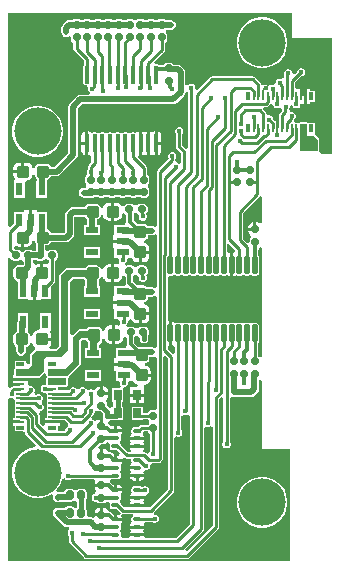
<source format=gbr>
G04*
G04 #@! TF.GenerationSoftware,Altium Limited,Altium Designer,24.9.1 (31)*
G04*
G04 Layer_Physical_Order=4*
G04 Layer_Color=16711680*
%FSLAX44Y44*%
%MOMM*%
G71*
G04*
G04 #@! TF.SameCoordinates,B31CAF09-BB74-4FAA-89E9-8BE817FA7118*
G04*
G04*
G04 #@! TF.FilePolarity,Positive*
G04*
G01*
G75*
%ADD11C,0.2200*%
%ADD12C,0.5000*%
%ADD13C,4.0000*%
%ADD14C,0.4000*%
%ADD15C,0.3000*%
%ADD16C,0.4000*%
G04:AMPARAMS|DCode=17|XSize=0.65mm|YSize=0.6mm|CornerRadius=0.15mm|HoleSize=0mm|Usage=FLASHONLY|Rotation=270.000|XOffset=0mm|YOffset=0mm|HoleType=Round|Shape=RoundedRectangle|*
%AMROUNDEDRECTD17*
21,1,0.6500,0.3000,0,0,270.0*
21,1,0.3500,0.6000,0,0,270.0*
1,1,0.3000,-0.1500,-0.1750*
1,1,0.3000,-0.1500,0.1750*
1,1,0.3000,0.1500,0.1750*
1,1,0.3000,0.1500,-0.1750*
%
%ADD17ROUNDEDRECTD17*%
G04:AMPARAMS|DCode=18|XSize=0.8mm|YSize=0.6mm|CornerRadius=0.15mm|HoleSize=0mm|Usage=FLASHONLY|Rotation=90.000|XOffset=0mm|YOffset=0mm|HoleType=Round|Shape=RoundedRectangle|*
%AMROUNDEDRECTD18*
21,1,0.8000,0.3000,0,0,90.0*
21,1,0.5000,0.6000,0,0,90.0*
1,1,0.3000,0.1500,0.2500*
1,1,0.3000,0.1500,-0.2500*
1,1,0.3000,-0.1500,-0.2500*
1,1,0.3000,-0.1500,0.2500*
%
%ADD18ROUNDEDRECTD18*%
%ADD19R,0.6500X0.8500*%
%ADD20R,0.3500X0.7000*%
%ADD21R,0.2300X0.7000*%
%ADD22R,0.7000X0.2300*%
%ADD23R,0.7000X0.3500*%
%ADD24R,1.1000X0.6000*%
G04:AMPARAMS|DCode=25|XSize=0.65mm|YSize=0.6mm|CornerRadius=0.15mm|HoleSize=0mm|Usage=FLASHONLY|Rotation=180.000|XOffset=0mm|YOffset=0mm|HoleType=Round|Shape=RoundedRectangle|*
%AMROUNDEDRECTD25*
21,1,0.6500,0.3000,0,0,180.0*
21,1,0.3500,0.6000,0,0,180.0*
1,1,0.3000,-0.1750,0.1500*
1,1,0.3000,0.1750,0.1500*
1,1,0.3000,0.1750,-0.1500*
1,1,0.3000,-0.1750,-0.1500*
%
%ADD25ROUNDEDRECTD25*%
G04:AMPARAMS|DCode=26|XSize=1.1mm|YSize=1mm|CornerRadius=0.25mm|HoleSize=0mm|Usage=FLASHONLY|Rotation=180.000|XOffset=0mm|YOffset=0mm|HoleType=Round|Shape=RoundedRectangle|*
%AMROUNDEDRECTD26*
21,1,1.1000,0.5000,0,0,180.0*
21,1,0.6000,1.0000,0,0,180.0*
1,1,0.5000,-0.3000,0.2500*
1,1,0.5000,0.3000,0.2500*
1,1,0.5000,0.3000,-0.2500*
1,1,0.5000,-0.3000,-0.2500*
%
%ADD26ROUNDEDRECTD26*%
%ADD27R,0.6000X1.1000*%
G04:AMPARAMS|DCode=28|XSize=1.1mm|YSize=1mm|CornerRadius=0.25mm|HoleSize=0mm|Usage=FLASHONLY|Rotation=270.000|XOffset=0mm|YOffset=0mm|HoleType=Round|Shape=RoundedRectangle|*
%AMROUNDEDRECTD28*
21,1,1.1000,0.5000,0,0,270.0*
21,1,0.6000,1.0000,0,0,270.0*
1,1,0.5000,-0.2500,-0.3000*
1,1,0.5000,-0.2500,0.3000*
1,1,0.5000,0.2500,0.3000*
1,1,0.5000,0.2500,-0.3000*
%
%ADD28ROUNDEDRECTD28*%
G04:AMPARAMS|DCode=29|XSize=0.3mm|YSize=0.66mm|CornerRadius=0.075mm|HoleSize=0mm|Usage=FLASHONLY|Rotation=270.000|XOffset=0mm|YOffset=0mm|HoleType=Round|Shape=RoundedRectangle|*
%AMROUNDEDRECTD29*
21,1,0.3000,0.5100,0,0,270.0*
21,1,0.1500,0.6600,0,0,270.0*
1,1,0.1500,-0.2550,-0.0750*
1,1,0.1500,-0.2550,0.0750*
1,1,0.1500,0.2550,0.0750*
1,1,0.1500,0.2550,-0.0750*
%
%ADD29ROUNDEDRECTD29*%
G04:AMPARAMS|DCode=30|XSize=1.5mm|YSize=0.45mm|CornerRadius=0.1125mm|HoleSize=0mm|Usage=FLASHONLY|Rotation=90.000|XOffset=0mm|YOffset=0mm|HoleType=Round|Shape=RoundedRectangle|*
%AMROUNDEDRECTD30*
21,1,1.5000,0.2250,0,0,90.0*
21,1,1.2750,0.4500,0,0,90.0*
1,1,0.2250,0.1125,0.6375*
1,1,0.2250,0.1125,-0.6375*
1,1,0.2250,-0.1125,-0.6375*
1,1,0.2250,-0.1125,0.6375*
%
%ADD30ROUNDEDRECTD30*%
G04:AMPARAMS|DCode=31|XSize=1.5mm|YSize=0.4mm|CornerRadius=0.1mm|HoleSize=0mm|Usage=FLASHONLY|Rotation=90.000|XOffset=0mm|YOffset=0mm|HoleType=Round|Shape=RoundedRectangle|*
%AMROUNDEDRECTD31*
21,1,1.5000,0.2000,0,0,90.0*
21,1,1.3000,0.4000,0,0,90.0*
1,1,0.2000,0.1000,0.6500*
1,1,0.2000,0.1000,-0.6500*
1,1,0.2000,-0.1000,-0.6500*
1,1,0.2000,-0.1000,0.6500*
%
%ADD31ROUNDEDRECTD31*%
%ADD32C,0.2000*%
G36*
X224500Y386369D02*
Y386304D01*
X225033Y385017D01*
X226017Y384033D01*
X227304Y383500D01*
X228696D01*
X229667Y383902D01*
X230078Y383992D01*
X231963Y383185D01*
X232005Y383085D01*
Y381267D01*
X230126Y379387D01*
X229551Y378527D01*
X229349Y377513D01*
X229349Y377513D01*
Y372490D01*
X229270D01*
Y366450D01*
X226730D01*
Y372490D01*
X225966D01*
X225825Y372701D01*
X225824Y372701D01*
X224500Y374026D01*
Y374696D01*
X223967Y375983D01*
X222983Y376967D01*
X221696Y377500D01*
X220304D01*
X218601Y378959D01*
Y379050D01*
X218601Y379050D01*
X218399Y380065D01*
X217824Y380924D01*
X217824Y380925D01*
X215950Y382799D01*
X216778Y384799D01*
X218227D01*
X218227Y384799D01*
X219241Y385001D01*
X220101Y385575D01*
X221824Y387299D01*
X221824Y387299D01*
X222187Y387841D01*
X222576Y387880D01*
X224500Y386369D01*
D02*
G37*
G36*
X240000Y443000D02*
X274000D01*
Y345000D01*
X264909D01*
X263624Y347000D01*
Y357000D01*
X263148Y358148D01*
X261305Y359991D01*
X260000Y361450D01*
Y371450D01*
X253419D01*
X253000Y371624D01*
X247000D01*
X246581Y371450D01*
X243195D01*
X242105Y373418D01*
X242288Y374338D01*
X242967Y375017D01*
X243500Y376304D01*
Y377696D01*
X242967Y378983D01*
X241983Y379967D01*
X240696Y380500D01*
X239304D01*
X238673Y380923D01*
X237967Y383017D01*
X238500Y384304D01*
Y385324D01*
X239453Y386486D01*
X239711Y386701D01*
X240500Y386304D01*
X241033Y385017D01*
X242017Y384033D01*
X243304Y383500D01*
X244696D01*
X245983Y384033D01*
X246967Y385017D01*
X247500Y386304D01*
Y387510D01*
X250730D01*
Y393550D01*
Y399590D01*
X249270D01*
Y393550D01*
X246730D01*
Y399590D01*
X244310D01*
X242651Y400413D01*
Y405133D01*
X248018Y410500D01*
X248696D01*
X249983Y411033D01*
X250967Y412017D01*
X251500Y413304D01*
Y414696D01*
X250967Y415983D01*
X249983Y416967D01*
X248696Y417500D01*
X247304D01*
X246017Y416967D01*
X245033Y415983D01*
X244500Y414696D01*
Y414481D01*
X242500Y412481D01*
X240500Y413309D01*
Y413696D01*
X239967Y414983D01*
X238983Y415967D01*
X237696Y416500D01*
X236304D01*
X235017Y415967D01*
X234033Y414983D01*
X233500Y413696D01*
Y412304D01*
X233504Y412294D01*
X233349Y411513D01*
X233349Y411513D01*
Y409401D01*
X233013Y409048D01*
X231349Y408230D01*
X230696Y408500D01*
X229304D01*
X228017Y407967D01*
X227033Y406983D01*
X226500Y405696D01*
Y404918D01*
X225169Y403711D01*
X224696Y403500D01*
X223304D01*
X222017Y402967D01*
X219803Y402802D01*
X219465Y403028D01*
X218975Y403355D01*
X218000Y403549D01*
X217025Y403355D01*
X216594Y403067D01*
X216213Y403064D01*
X215199Y403369D01*
X214453Y403792D01*
X214399Y404064D01*
X213825Y404925D01*
X213824Y404925D01*
X208874Y409874D01*
X208015Y410449D01*
X207000Y410651D01*
X207000Y410651D01*
X173000D01*
X173000Y410651D01*
X171985Y410449D01*
X171126Y409874D01*
X160035Y398784D01*
X158340Y399917D01*
X158500Y400304D01*
Y401696D01*
X157967Y402983D01*
X156983Y403967D01*
X155696Y404500D01*
X154304D01*
X153017Y403967D01*
X152078Y403028D01*
X151826Y403036D01*
X150078Y403490D01*
Y414321D01*
X149768Y415882D01*
X148884Y417205D01*
X148884Y417205D01*
X146705Y419384D01*
X145382Y420268D01*
X143821Y420578D01*
X143821Y420578D01*
X140054D01*
X139663Y421163D01*
X138671Y421826D01*
X137500Y422059D01*
X134500D01*
X133329Y421826D01*
X132337Y421163D01*
X131683Y420184D01*
X128132D01*
X128052Y420302D01*
X127225Y420855D01*
X126250Y421049D01*
X124626D01*
X124010Y421951D01*
X123735Y422986D01*
X131874Y431125D01*
X131875Y431125D01*
X132449Y431986D01*
X132651Y433000D01*
X132651Y433000D01*
Y439170D01*
X132670Y439174D01*
X133663Y439837D01*
X134326Y440829D01*
X134559Y442000D01*
Y445500D01*
X134326Y446670D01*
X133663Y447663D01*
X133325Y447889D01*
X133292Y447977D01*
X133882Y449922D01*
X138000D01*
X139561Y450232D01*
X140884Y451116D01*
X141768Y452439D01*
X142078Y454000D01*
X141768Y455561D01*
X140884Y456884D01*
X139561Y457768D01*
X138000Y458078D01*
X133719D01*
X133663Y458163D01*
X132670Y458826D01*
X131500Y459059D01*
X128500D01*
X127330Y458826D01*
X126585Y458328D01*
X124415D01*
X123671Y458826D01*
X122500Y459059D01*
X119500D01*
X118329Y458826D01*
X117585Y458328D01*
X115415D01*
X114670Y458826D01*
X113500Y459059D01*
X110500D01*
X109330Y458826D01*
X108337Y458163D01*
X106663Y458163D01*
X105670Y458826D01*
X104500Y459059D01*
X101500D01*
X100330Y458826D01*
X99585Y458328D01*
X97415D01*
X96671Y458826D01*
X95500Y459059D01*
X92500D01*
X91329Y458826D01*
X90585Y458328D01*
X88415D01*
X87670Y458826D01*
X86500Y459059D01*
X83500D01*
X82330Y458826D01*
X81585Y458328D01*
X79415D01*
X78671Y458826D01*
X77500Y459059D01*
X74500D01*
X73330Y458826D01*
X72585Y458328D01*
X70415D01*
X69671Y458826D01*
X68500Y459059D01*
X65500D01*
X64330Y458826D01*
X63585Y458328D01*
X61415D01*
X60670Y458826D01*
X59500Y459059D01*
X56500D01*
X55329Y458826D01*
X54585Y458328D01*
X51929D01*
X51929Y458328D01*
X50368Y458018D01*
X49045Y457134D01*
X49045Y457134D01*
X46116Y454205D01*
X45232Y452882D01*
X44922Y451321D01*
X44922Y451321D01*
Y448000D01*
X45232Y446439D01*
X46116Y445116D01*
X47439Y444232D01*
X49000Y443922D01*
X50561Y444232D01*
X51441Y444820D01*
X52985Y444281D01*
X53441Y443935D01*
Y442000D01*
X53674Y440829D01*
X54337Y439837D01*
X55329Y439174D01*
X55349Y439170D01*
Y434000D01*
X55349Y434000D01*
X55551Y432985D01*
X56125Y432126D01*
X64099Y424152D01*
Y420404D01*
X63948Y420302D01*
X63395Y419475D01*
X63201Y418500D01*
Y405500D01*
X63395Y404525D01*
X63948Y403698D01*
X64775Y403145D01*
X65750Y402951D01*
X66388D01*
X67606Y400951D01*
X67500Y400696D01*
Y399304D01*
X68033Y398017D01*
X68972Y397078D01*
X68964Y396826D01*
X68510Y395078D01*
X61000D01*
X61000Y395078D01*
X59439Y394768D01*
X58116Y393884D01*
X52116Y387884D01*
X51232Y386561D01*
X50922Y385000D01*
X50922Y385000D01*
Y345689D01*
X39311Y334078D01*
X36256D01*
X35384Y335384D01*
X34061Y336268D01*
X32500Y336578D01*
X26500D01*
X24939Y336268D01*
X23616Y335384D01*
X22732Y334061D01*
X22550Y333144D01*
X20511D01*
X20247Y334467D01*
X19134Y336134D01*
X17466Y337248D01*
X15500Y337639D01*
X13770D01*
Y330000D01*
X12500D01*
Y328730D01*
X4361D01*
Y327500D01*
X4752Y325533D01*
X5777Y324000D01*
X5622Y323302D01*
X5060Y322000D01*
X5000D01*
Y308000D01*
X14000D01*
X14000Y321280D01*
X15477Y322345D01*
X15824Y322426D01*
X17466Y322752D01*
X19134Y323866D01*
X20247Y325533D01*
X20511Y326856D01*
X22550D01*
X22732Y325939D01*
X23616Y324616D01*
X24422Y324078D01*
Y322000D01*
X24000D01*
Y308000D01*
X33000D01*
Y322000D01*
X33781Y323676D01*
X34061Y323732D01*
X35384Y324616D01*
X36256Y325922D01*
X41000D01*
X41000Y325922D01*
X42561Y326232D01*
X43884Y327116D01*
X57884Y341116D01*
X57884Y341116D01*
X58768Y342439D01*
X59078Y344000D01*
X59078Y344000D01*
Y383311D01*
X62689Y386922D01*
X140000D01*
X140000Y386922D01*
X141561Y387232D01*
X142884Y388116D01*
X148884Y394116D01*
X148884Y394116D01*
X149768Y395439D01*
X149952Y396363D01*
X151458Y397173D01*
X152078Y397251D01*
X152349Y397043D01*
Y350143D01*
X150349Y349400D01*
X147651Y352098D01*
Y361701D01*
X147967Y362017D01*
X148500Y363304D01*
Y364696D01*
X147967Y365983D01*
X146983Y366967D01*
X145696Y367500D01*
X144304D01*
X143017Y366967D01*
X142033Y365983D01*
X141500Y364696D01*
Y363304D01*
X142033Y362017D01*
X142349Y361701D01*
Y351000D01*
X142349Y351000D01*
X142551Y349986D01*
X143125Y349126D01*
X146349Y345902D01*
Y337429D01*
X144349Y336601D01*
X143983Y336967D01*
X142814Y337451D01*
X142623Y337581D01*
X142605Y337602D01*
X141513Y339500D01*
X141603Y339952D01*
Y340653D01*
X141967Y341017D01*
X142500Y342304D01*
Y343696D01*
X141967Y344983D01*
X140983Y345967D01*
X139696Y346500D01*
X138304D01*
X137017Y345967D01*
X136033Y344983D01*
X135500Y343696D01*
Y342304D01*
X136033Y341017D01*
X136151Y340900D01*
X127126Y331875D01*
X126551Y331015D01*
X126349Y330000D01*
X126349Y330000D01*
Y284127D01*
X126110Y283924D01*
X124349Y283241D01*
X123561Y283768D01*
X122000Y284078D01*
X117588D01*
X117384Y284384D01*
X116061Y285268D01*
X114500Y285578D01*
X109500D01*
X109289Y285536D01*
X106179Y288647D01*
Y294014D01*
X106663Y294337D01*
X106889Y294675D01*
X106988Y294711D01*
X109012D01*
X109111Y294675D01*
X109337Y294337D01*
X110329Y293674D01*
X110654Y293067D01*
X110500Y292696D01*
Y291304D01*
X111033Y290017D01*
X112017Y289033D01*
X113304Y288500D01*
X114696D01*
X115983Y289033D01*
X116967Y290017D01*
X117500Y291304D01*
Y292696D01*
X116967Y293983D01*
X116991Y294222D01*
X117163Y294337D01*
X117826Y295329D01*
X118059Y296500D01*
Y299500D01*
X117826Y300671D01*
X117163Y301663D01*
X116171Y302326D01*
X115000Y302559D01*
X111500D01*
X110330Y302326D01*
X109337Y301663D01*
X109111Y301325D01*
X109012Y301289D01*
X106988D01*
X106889Y301325D01*
X106663Y301663D01*
X105671Y302326D01*
X104500Y302559D01*
X101000D01*
X99830Y302326D01*
X98837Y301663D01*
X98230Y300754D01*
X96966Y300567D01*
X96129Y300643D01*
X95134Y302134D01*
X93467Y303248D01*
X91500Y303639D01*
X89770D01*
Y296000D01*
Y288361D01*
X91500D01*
X93467Y288752D01*
X95134Y289866D01*
X96248Y291534D01*
X96639Y293500D01*
Y294027D01*
X98455Y294578D01*
X100062Y293411D01*
Y287380D01*
X100062Y287380D01*
X100137Y287000D01*
X99046Y285264D01*
X98697Y285000D01*
X90000D01*
Y276540D01*
X88960D01*
Y272270D01*
X97000D01*
Y269730D01*
X88960D01*
Y265460D01*
X90000D01*
Y257000D01*
X91875D01*
X93500Y255696D01*
Y254304D01*
X93990Y253120D01*
X93752Y252626D01*
X92852Y251370D01*
X91500Y251639D01*
X89770D01*
Y244000D01*
Y236361D01*
X91500D01*
X93467Y236752D01*
X95134Y237866D01*
X96248Y239534D01*
X96570Y241153D01*
X97658Y241711D01*
X98639Y241914D01*
X99691Y241107D01*
Y235750D01*
X99691Y235750D01*
X99840Y235000D01*
X99074Y233585D01*
X98574Y233000D01*
X90000D01*
Y224540D01*
X88960D01*
Y220270D01*
X97000D01*
Y217730D01*
X88960D01*
Y213460D01*
X90000D01*
Y205000D01*
X92875D01*
X94500Y203696D01*
Y202304D01*
X94991Y201120D01*
X94753Y200626D01*
X93852Y199370D01*
X92500Y199639D01*
X90770D01*
Y192000D01*
Y184361D01*
X92500D01*
X94466Y184752D01*
X96134Y185866D01*
X97248Y187533D01*
X97570Y189153D01*
X98658Y189711D01*
X99639Y189914D01*
X100691Y189107D01*
Y183750D01*
X100691Y183750D01*
X100840Y183000D01*
X100074Y181585D01*
X99574Y181000D01*
X91000D01*
Y172540D01*
X89960D01*
Y168270D01*
X98000D01*
Y165730D01*
X89960D01*
Y161460D01*
X91000D01*
Y153000D01*
X92875D01*
X94500Y151696D01*
Y150304D01*
X95033Y149017D01*
X95550Y148500D01*
X94890Y146500D01*
X88000D01*
Y135000D01*
X89181D01*
Y131000D01*
X88000D01*
Y130287D01*
X86000Y129547D01*
X83559Y131988D01*
Y133500D01*
X83326Y134670D01*
X83032Y135111D01*
X82677Y135699D01*
X83398Y137577D01*
X83413Y137587D01*
X84306Y138924D01*
X84619Y140500D01*
Y140980D01*
X79000D01*
Y142250D01*
X77730D01*
Y148119D01*
X77500D01*
X75924Y147806D01*
X74587Y146913D01*
X73898Y145880D01*
X72930Y145419D01*
X71568Y145139D01*
X70696Y145500D01*
X69304D01*
X68334Y145098D01*
X67922Y145008D01*
X66037Y145815D01*
X65967Y145983D01*
X64983Y146967D01*
X63696Y147500D01*
X62304D01*
X61017Y146967D01*
X60033Y145983D01*
X57967D01*
X56983Y146967D01*
X55696Y147500D01*
X54304D01*
X53017Y146967D01*
X52033Y145983D01*
X51528Y144764D01*
X51415Y144651D01*
X42550D01*
Y147376D01*
X49000D01*
X50148Y147852D01*
X50624Y149000D01*
Y155000D01*
X50399Y155542D01*
X51148Y155852D01*
X61148Y165852D01*
X61624Y167000D01*
Y186327D01*
X62673Y187376D01*
X65902Y187376D01*
X66524Y186754D01*
X66616Y186616D01*
X66754Y186524D01*
X67376Y185902D01*
Y181000D01*
X65000D01*
Y172000D01*
X79000D01*
Y181000D01*
X76624D01*
Y183328D01*
X79148Y185852D01*
X79624Y187000D01*
Y187984D01*
X81624Y188181D01*
X81753Y187533D01*
X82866Y185866D01*
X84534Y184752D01*
X86500Y184361D01*
X88230D01*
Y192000D01*
Y199639D01*
X86500D01*
X84534Y199247D01*
X82866Y198134D01*
X81753Y196467D01*
X81514Y195266D01*
X80733Y195156D01*
X79487Y195329D01*
X79345Y195672D01*
X79268Y196061D01*
X78384Y197384D01*
X77061Y198268D01*
X75500Y198578D01*
X69500D01*
X67939Y198268D01*
X66616Y197384D01*
X66108Y196624D01*
X60000D01*
X58852Y196148D01*
X54624Y191920D01*
X52624Y192748D01*
X52624Y236327D01*
X55672Y239376D01*
X64328D01*
X65376Y238328D01*
Y233000D01*
X64000D01*
Y224000D01*
X78000D01*
Y233000D01*
X76624D01*
Y238108D01*
X77384Y238616D01*
X78268Y239939D01*
X78450Y240856D01*
X80489D01*
X80752Y239534D01*
X81866Y237866D01*
X83533Y236752D01*
X85500Y236361D01*
X87230D01*
Y244000D01*
Y251639D01*
X85500D01*
X83533Y251248D01*
X81866Y250134D01*
X80752Y248466D01*
X80489Y247144D01*
X78450D01*
X78268Y248061D01*
X77384Y249384D01*
X76061Y250268D01*
X74500Y250578D01*
X68500D01*
X66939Y250268D01*
X65616Y249384D01*
X65108Y248624D01*
X50000D01*
X48852Y248148D01*
X43852Y243148D01*
X43376Y242000D01*
Y182673D01*
X40328Y179624D01*
X35377D01*
X34770Y181624D01*
X35134Y181866D01*
X36248Y183533D01*
X36639Y185500D01*
Y186730D01*
X28500D01*
Y189270D01*
X36639D01*
Y190500D01*
X36248Y192467D01*
X35223Y194000D01*
X35378Y194698D01*
X35940Y196000D01*
X36000D01*
Y210000D01*
X27000D01*
X27000Y196720D01*
X25523Y195655D01*
X25176Y195574D01*
X23533Y195247D01*
X21866Y194134D01*
X20752Y192467D01*
X20489Y191144D01*
X18450D01*
X18268Y192061D01*
X17384Y193384D01*
X16462Y194000D01*
X16782Y196000D01*
X17000D01*
Y210000D01*
X8000D01*
Y202894D01*
X7922Y202500D01*
X7922Y202500D01*
Y194463D01*
X6939Y194268D01*
X5616Y193384D01*
X4732Y192061D01*
X4422Y190500D01*
Y185500D01*
X4732Y183939D01*
X5616Y182616D01*
X6922Y181744D01*
Y178000D01*
X7232Y176439D01*
X8116Y175116D01*
X9439Y174232D01*
X11000Y173922D01*
X12561Y174232D01*
X13884Y175116D01*
X14768Y176439D01*
X15078Y178000D01*
Y181537D01*
X16061Y181732D01*
X17384Y182616D01*
X18268Y183939D01*
X18450Y184856D01*
X20489D01*
X20752Y183533D01*
X21866Y181866D01*
X22755Y181273D01*
X22831Y179595D01*
X22732Y179028D01*
X18852Y175148D01*
X18376Y174000D01*
Y167433D01*
X17450Y166726D01*
X15450Y167716D01*
Y170000D01*
X5450D01*
Y163178D01*
X5376Y163000D01*
Y157690D01*
X4410D01*
Y155270D01*
X10450D01*
X16490D01*
Y155376D01*
X26000D01*
X27148Y155852D01*
X30376Y159080D01*
X32376Y158252D01*
Y157000D01*
X32550Y156581D01*
Y155419D01*
X32376Y155000D01*
Y149955D01*
X31696Y149500D01*
X30304D01*
X29017Y148967D01*
X28033Y147983D01*
X27500Y146696D01*
Y145304D01*
X28033Y144017D01*
X29017Y143033D01*
X30304Y142500D01*
X31696D01*
X32550Y141930D01*
Y131350D01*
Y121690D01*
X31510D01*
Y119270D01*
X37550D01*
X43590D01*
Y119349D01*
X48121D01*
X51068Y116402D01*
X51098Y116155D01*
X50977Y115170D01*
X50608Y114212D01*
X50017Y113967D01*
X49033Y112983D01*
X48500Y111696D01*
Y111249D01*
X47902Y110651D01*
X42550D01*
Y114310D01*
X43590D01*
Y116730D01*
X37550D01*
X31510D01*
Y115067D01*
X29560Y114189D01*
X26651Y117098D01*
Y124000D01*
X26651Y124000D01*
X26449Y125014D01*
X26756Y126046D01*
X27392Y127000D01*
X28679Y127533D01*
X29663Y128517D01*
X30196Y129804D01*
Y131196D01*
X29663Y132483D01*
X28829Y133317D01*
X28671Y133628D01*
X28575Y135675D01*
X28934Y136035D01*
X29467Y137321D01*
Y138714D01*
X28934Y140000D01*
X27950Y140985D01*
X26663Y141517D01*
X25271D01*
X23985Y140985D01*
X23053Y141275D01*
X22722Y141806D01*
X22149Y143456D01*
X22500Y144304D01*
Y145696D01*
X21967Y146983D01*
X20983Y147967D01*
X19696Y148500D01*
X18304D01*
X16490Y149914D01*
Y152730D01*
X10450D01*
X4410D01*
Y151270D01*
X10450D01*
Y148730D01*
X4410D01*
Y148488D01*
X3963Y148399D01*
X3103Y147824D01*
X3103Y147824D01*
X2000Y146721D01*
X1225Y146823D01*
X0Y147420D01*
Y257007D01*
X2000Y257204D01*
X2174Y256329D01*
X2837Y255337D01*
X3829Y254674D01*
X5000Y254441D01*
X8500D01*
X9671Y254674D01*
X10663Y255337D01*
X12483Y254461D01*
X13172Y253777D01*
Y250939D01*
X12811Y250578D01*
X8500D01*
X6939Y250268D01*
X5616Y249384D01*
X4732Y248061D01*
X4422Y246500D01*
Y241500D01*
X4732Y239939D01*
X5616Y238616D01*
X6939Y237732D01*
X7219Y237677D01*
X8000Y236000D01*
Y222000D01*
X16460D01*
Y220960D01*
X20730D01*
Y229000D01*
X23270D01*
Y220960D01*
X27540D01*
Y222000D01*
X36000D01*
Y232251D01*
X39124Y235375D01*
X39125Y235376D01*
X39699Y236236D01*
X39901Y237250D01*
X39901Y237250D01*
Y254620D01*
X40170Y254674D01*
X41163Y255337D01*
X41826Y256329D01*
X42059Y257500D01*
Y260500D01*
X41826Y261670D01*
X41163Y262663D01*
X40170Y263326D01*
X39000Y263559D01*
X35500D01*
X34329Y263326D01*
X33578Y262824D01*
X32543Y263100D01*
X31578Y263631D01*
Y267422D01*
X32500D01*
X34061Y267732D01*
X35384Y268616D01*
X36256Y269922D01*
X49071D01*
X49071Y269922D01*
X50632Y270232D01*
X51955Y271116D01*
X54884Y274045D01*
X54884Y274045D01*
X55768Y275368D01*
X56078Y276929D01*
Y291382D01*
X56618Y291922D01*
X64744D01*
X65616Y290616D01*
X66939Y289732D01*
X67172Y289686D01*
Y285000D01*
X64000D01*
Y276000D01*
X78000D01*
Y285000D01*
X75328D01*
Y289586D01*
X76061Y289732D01*
X77384Y290616D01*
X78268Y291939D01*
X78450Y292856D01*
X80489D01*
X80752Y291534D01*
X81866Y289866D01*
X83533Y288752D01*
X85500Y288361D01*
X87230D01*
Y296000D01*
Y303639D01*
X85500D01*
X83533Y303248D01*
X81866Y302134D01*
X80752Y300466D01*
X80489Y299144D01*
X78450D01*
X78268Y300061D01*
X77384Y301384D01*
X76061Y302268D01*
X74500Y302578D01*
X68500D01*
X66939Y302268D01*
X65616Y301384D01*
X64744Y300078D01*
X54929D01*
X53368Y299768D01*
X52045Y298884D01*
X52045Y298884D01*
X49116Y295955D01*
X48232Y294632D01*
X47922Y293071D01*
X47922Y293071D01*
Y278618D01*
X47382Y278078D01*
X36256D01*
X35384Y279384D01*
X34061Y280268D01*
X33781Y280324D01*
X33000Y282000D01*
Y296000D01*
X24540D01*
Y297040D01*
X20270D01*
Y289000D01*
X17730D01*
Y297040D01*
X13460D01*
Y296000D01*
X5000D01*
Y285749D01*
X2000Y282749D01*
X0Y283577D01*
Y464000D01*
X240000D01*
Y443000D01*
D02*
G37*
G36*
X253000Y360000D02*
X259000D01*
X262000Y357000D01*
Y347000D01*
X247000D01*
Y370000D01*
X253000D01*
Y360000D01*
D02*
G37*
G36*
X215000Y308707D02*
Y287074D01*
X214464Y286682D01*
X213000Y286188D01*
X212076Y286806D01*
X210500Y287119D01*
X210270D01*
Y281250D01*
X209000D01*
Y279980D01*
X203381D01*
Y279500D01*
X203694Y277924D01*
X204587Y276587D01*
X204602Y276577D01*
X205323Y274699D01*
X204968Y274111D01*
X204674Y273671D01*
X204441Y272500D01*
Y270136D01*
X202441Y269308D01*
X198651Y273098D01*
Y294902D01*
X212874Y309125D01*
X212875Y309125D01*
X213000Y309313D01*
X215000Y308707D01*
D02*
G37*
G36*
X13770Y266361D02*
X15500D01*
X17466Y266752D01*
X19134Y267866D01*
X20247Y269534D01*
X20511Y270856D01*
X22550D01*
X22732Y269939D01*
X23422Y268907D01*
Y263078D01*
X20541D01*
X20171Y263326D01*
X19000Y263559D01*
X15500D01*
X14329Y263326D01*
X13337Y262663D01*
X13111Y262325D01*
X13012Y262288D01*
X10987D01*
X10889Y262325D01*
X10663Y262663D01*
X9671Y263326D01*
X8500Y263559D01*
X6516D01*
X5007Y265186D01*
X5122Y266304D01*
X6915Y267166D01*
X7534Y266752D01*
X9500Y266361D01*
X11230D01*
Y274000D01*
X13770D01*
Y266361D01*
D02*
G37*
G36*
X33111Y255675D02*
X33337Y255337D01*
X34329Y254674D01*
X34599Y254620D01*
Y252713D01*
X32599Y251420D01*
X31500Y251639D01*
X29770D01*
Y244000D01*
X27230D01*
Y251639D01*
X25500D01*
X23533Y251248D01*
X23328Y251110D01*
X21328Y252180D01*
Y254922D01*
X23459D01*
X23829Y254674D01*
X25000Y254441D01*
X28500D01*
X29671Y254674D01*
X30663Y255337D01*
X30889Y255675D01*
X30988Y255711D01*
X33012D01*
X33111Y255675D01*
D02*
G37*
G36*
X126110Y276076D02*
X126349Y275873D01*
Y261612D01*
X126251Y261465D01*
X126049Y260450D01*
X126049Y260450D01*
Y232466D01*
X124049Y231442D01*
X123561Y231768D01*
X122000Y232078D01*
X117588D01*
X117384Y232384D01*
X116061Y233268D01*
X114500Y233578D01*
X109500D01*
X109289Y233536D01*
X105809Y237017D01*
Y241766D01*
X106663Y242337D01*
X106889Y242675D01*
X106988Y242712D01*
X109012D01*
X109111Y242675D01*
X109337Y242337D01*
X110329Y241674D01*
X110654Y241067D01*
X110500Y240696D01*
Y239304D01*
X111033Y238017D01*
X112017Y237033D01*
X113304Y236500D01*
X114696D01*
X115983Y237033D01*
X116967Y238017D01*
X117500Y239304D01*
Y240696D01*
X116967Y241983D01*
X116991Y242222D01*
X117163Y242337D01*
X117826Y243330D01*
X118059Y244500D01*
Y247500D01*
X117826Y248671D01*
X117163Y249663D01*
X116171Y250326D01*
X115000Y250559D01*
X111500D01*
X110330Y250326D01*
X109337Y249663D01*
X109111Y249325D01*
X109012Y249289D01*
X106988D01*
X106889Y249325D01*
X106663Y249663D01*
X105671Y250326D01*
X104500Y250559D01*
X101000D01*
X99830Y250326D01*
X98983Y252033D01*
X99967Y253017D01*
X100500Y254304D01*
Y255696D01*
X102125Y257000D01*
X104000D01*
X105392Y255576D01*
X105866Y254866D01*
X107534Y253752D01*
X109500Y253361D01*
X110730D01*
Y261500D01*
X112000D01*
Y262770D01*
X119639D01*
Y264500D01*
X119248Y266467D01*
X118134Y268134D01*
X116467Y269247D01*
X115144Y269511D01*
Y271550D01*
X116061Y271732D01*
X117384Y272616D01*
X118268Y273939D01*
X118578Y275500D01*
Y275922D01*
X122000D01*
X123561Y276232D01*
X124349Y276759D01*
X126110Y276076D01*
D02*
G37*
G36*
X192441Y263810D02*
X192225Y262437D01*
X190520Y261216D01*
Y251000D01*
Y240917D01*
X191805Y241173D01*
X193017Y241983D01*
X193276Y242369D01*
X193601Y242152D01*
X194625Y241949D01*
X196875D01*
X197899Y242152D01*
X199000Y242631D01*
X200101Y242152D01*
X201125Y241949D01*
X203375D01*
X204399Y242152D01*
X205500Y242631D01*
X206601Y242152D01*
X207625Y241949D01*
X209875D01*
X210899Y242152D01*
X211768Y242733D01*
X212348Y243601D01*
X212551Y244625D01*
Y257375D01*
X212348Y258399D01*
X211934Y259019D01*
Y262984D01*
X211967Y263017D01*
X212500Y264304D01*
Y265405D01*
X213000Y265991D01*
X214275Y265696D01*
X215000Y265164D01*
Y173226D01*
X213000Y172658D01*
X212663Y173163D01*
X211670Y173826D01*
X211526Y173855D01*
Y184571D01*
X211768Y184732D01*
X212348Y185601D01*
X212551Y186625D01*
Y199375D01*
X212348Y200399D01*
X211768Y201268D01*
X210899Y201848D01*
X209875Y202051D01*
X207625D01*
X206601Y201848D01*
X205500Y201369D01*
X204399Y201848D01*
X203375Y202051D01*
X201125D01*
X200101Y201848D01*
X199000Y201369D01*
X197899Y201848D01*
X196875Y202051D01*
X194625D01*
X193601Y201848D01*
X192500Y201369D01*
X191399Y201848D01*
X190375Y202051D01*
X188125D01*
X187101Y201848D01*
X186000Y201369D01*
X184899Y201848D01*
X183875Y202051D01*
X181625D01*
X180601Y201848D01*
X179500Y201369D01*
X178399Y201848D01*
X177375Y202051D01*
X175125D01*
X174101Y201848D01*
X173000Y201369D01*
X171899Y201848D01*
X170875Y202051D01*
X168625D01*
X167601Y201848D01*
X166500Y201369D01*
X165399Y201848D01*
X164375Y202051D01*
X162125D01*
X161101Y201848D01*
X160000Y201369D01*
X158899Y201848D01*
X157875Y202051D01*
X155625D01*
X154601Y201848D01*
X153500Y201369D01*
X152399Y201848D01*
X151375Y202051D01*
X149125D01*
X148101Y201848D01*
X147000Y201369D01*
X145899Y201848D01*
X144875Y202051D01*
X142625D01*
X141601Y201848D01*
X141276Y201630D01*
X141017Y202017D01*
X139805Y202827D01*
X138520Y203083D01*
Y193000D01*
Y182917D01*
X139099Y183032D01*
X140785Y182006D01*
X141099Y181632D01*
Y176478D01*
X139099Y175650D01*
X135051Y179698D01*
Y182007D01*
X135980Y182769D01*
Y193000D01*
Y203231D01*
X135051Y203993D01*
Y240123D01*
X136125Y241949D01*
X138375D01*
X139399Y242152D01*
X140267Y242733D01*
X140732D01*
X141601Y242152D01*
X142625Y241949D01*
X144875D01*
X145899Y242152D01*
X147000Y242631D01*
X148101Y242152D01*
X149125Y241949D01*
X151375D01*
X152399Y242152D01*
X153500Y242631D01*
X154601Y242152D01*
X155625Y241949D01*
X157875D01*
X158899Y242152D01*
X160000Y242631D01*
X161101Y242152D01*
X162125Y241949D01*
X164375D01*
X165399Y242152D01*
X166500Y242631D01*
X167601Y242152D01*
X168625Y241949D01*
X170875D01*
X171899Y242152D01*
X173000Y242631D01*
X174101Y242152D01*
X175125Y241949D01*
X177375D01*
X178399Y242152D01*
X179268Y242733D01*
X179732D01*
X180601Y242152D01*
X181625Y241949D01*
X183875D01*
X184899Y242152D01*
X185224Y242369D01*
X185483Y241983D01*
X186695Y241173D01*
X187980Y240917D01*
Y251000D01*
Y261083D01*
X187401Y260968D01*
X185716Y261994D01*
X185401Y262368D01*
Y268237D01*
X187249Y269002D01*
X192441Y263810D01*
D02*
G37*
G36*
X75000Y246000D02*
Y227000D01*
X67000D01*
Y239000D01*
X65000Y241000D01*
X55000D01*
X51000Y237000D01*
X51000Y179000D01*
X45000Y173000D01*
X32000D01*
X30000Y171000D01*
Y161000D01*
X26000Y157000D01*
X7000D01*
Y163000D01*
X17000D01*
X20000Y166000D01*
Y174000D01*
X24000Y178000D01*
X41000D01*
X45000Y182000D01*
Y242000D01*
X50000Y247000D01*
X74000D01*
X75000Y246000D01*
D02*
G37*
G36*
X126049Y223534D02*
Y181466D01*
X124049Y180442D01*
X123561Y180768D01*
X122000Y181078D01*
X117344D01*
X117061Y181268D01*
X115500Y181578D01*
X110500D01*
X110289Y181536D01*
X106809Y185017D01*
Y189766D01*
X107663Y190337D01*
X107889Y190675D01*
X107988Y190711D01*
X109869D01*
X111431Y189309D01*
Y188000D01*
X111500Y187655D01*
Y187304D01*
X111635Y186979D01*
X111703Y186634D01*
X111898Y186342D01*
X112033Y186017D01*
X112281Y185769D01*
X112477Y185477D01*
X112769Y185281D01*
X113017Y185033D01*
X113342Y184898D01*
X113634Y184703D01*
X113979Y184634D01*
X114304Y184500D01*
X114655D01*
X115000Y184431D01*
X115345Y184500D01*
X115696D01*
X116021Y184634D01*
X116366Y184703D01*
X116658Y184898D01*
X116983Y185033D01*
X117231Y185281D01*
X117523Y185477D01*
X117719Y185769D01*
X117967Y186017D01*
X118102Y186342D01*
X118297Y186634D01*
X118365Y186979D01*
X118500Y187304D01*
Y187655D01*
X118569Y188000D01*
Y190944D01*
X118826Y191329D01*
X119059Y192500D01*
Y195500D01*
X118826Y196670D01*
X118163Y197663D01*
X117171Y198326D01*
X116000Y198559D01*
X112500D01*
X111329Y198326D01*
X110337Y197663D01*
X110111Y197325D01*
X110013Y197288D01*
X107988D01*
X107889Y197325D01*
X107663Y197663D01*
X106671Y198326D01*
X105500Y198559D01*
X102000D01*
X100829Y198326D01*
X99983Y200033D01*
X100967Y201017D01*
X101500Y202304D01*
Y203696D01*
X103125Y205000D01*
X104000D01*
X105392Y203577D01*
X105866Y202866D01*
X107534Y201752D01*
X109500Y201361D01*
X110730D01*
Y209500D01*
X112000D01*
Y210770D01*
X119639D01*
Y212500D01*
X119248Y214466D01*
X118134Y216134D01*
X116467Y217248D01*
X115144Y217511D01*
Y219550D01*
X116061Y219732D01*
X117384Y220616D01*
X118268Y221939D01*
X118578Y223500D01*
Y223922D01*
X122000D01*
X123561Y224232D01*
X124049Y224558D01*
X126049Y223534D01*
D02*
G37*
G36*
X78000Y187000D02*
X75000Y184000D01*
Y174000D01*
X69000D01*
Y187414D01*
X69000Y188000D01*
X68000Y189000D01*
X67414Y189000D01*
X62000Y189000D01*
X60000Y187000D01*
Y167000D01*
X50000Y157000D01*
X34000D01*
Y163000D01*
X48000D01*
X55000Y170000D01*
Y190000D01*
X60000Y195000D01*
X78000D01*
Y187000D01*
D02*
G37*
G36*
X49000Y149000D02*
X34000D01*
Y155000D01*
X49000D01*
Y149000D01*
D02*
G37*
G36*
X126049Y172534D02*
Y129790D01*
X124500Y128059D01*
X121500D01*
X120330Y127826D01*
X119337Y127163D01*
X118674Y126171D01*
X118620Y125901D01*
X114000D01*
Y131000D01*
X104500D01*
Y119500D01*
X114000D01*
Y120599D01*
X118620D01*
X118674Y120330D01*
X119337Y119337D01*
X119675Y119111D01*
X119712Y119012D01*
Y116987D01*
X119675Y116889D01*
X119337Y116663D01*
X118674Y115670D01*
X118614Y115367D01*
X112689D01*
X111674Y115166D01*
X110814Y114591D01*
X110814Y114591D01*
X109767Y113544D01*
X106650D01*
X105772Y113370D01*
X105028Y112872D01*
X104531Y112128D01*
X104356Y111250D01*
Y109750D01*
X104531Y108872D01*
X104278Y107122D01*
X103551Y106034D01*
X103399Y105270D01*
X109200D01*
X115001D01*
X114849Y106034D01*
X114122Y107122D01*
X113982Y108091D01*
X115310Y110065D01*
X118627D01*
X118674Y109829D01*
X119337Y108837D01*
X120330Y108174D01*
X120349Y108170D01*
Y93299D01*
X120033Y92983D01*
X119612Y91966D01*
X118499Y91473D01*
X117500Y91249D01*
X117275Y91475D01*
X116414Y92049D01*
X115400Y92251D01*
X115400Y92251D01*
X114538D01*
X113932Y94251D01*
X114122Y94378D01*
X114849Y95466D01*
X115001Y96230D01*
X109200D01*
X103399D01*
X103551Y95466D01*
X104278Y94378D01*
X104468Y94251D01*
X103862Y92251D01*
X101598D01*
X95644Y98205D01*
Y98250D01*
X95469Y99128D01*
X95188Y99550D01*
X94972Y99905D01*
Y101595D01*
X95188Y101950D01*
X95469Y102372D01*
X95644Y103250D01*
Y104750D01*
X95469Y105628D01*
X95722Y107378D01*
X96449Y108466D01*
X96601Y109230D01*
X90800D01*
Y110500D01*
X89530D01*
Y114605D01*
X88250D01*
X86975Y114351D01*
X85906Y115420D01*
X84913Y116083D01*
X84634Y117778D01*
X85898Y119431D01*
X91500D01*
X91845Y119500D01*
X97500D01*
Y131000D01*
X96319D01*
Y135000D01*
X97500D01*
Y146500D01*
X99029Y147638D01*
X99983Y148033D01*
X100967Y149017D01*
X101500Y150304D01*
Y151696D01*
X103125Y153000D01*
X105000D01*
X106392Y151576D01*
X106866Y150866D01*
X108533Y149752D01*
X109601Y149540D01*
X109404Y147540D01*
X103460D01*
Y142020D01*
X115040D01*
Y147361D01*
X115040Y147540D01*
X115472Y149361D01*
X115500D01*
X117466Y149752D01*
X119134Y150866D01*
X120248Y152534D01*
X120639Y154500D01*
Y156230D01*
X113000D01*
Y158770D01*
X120639D01*
Y160500D01*
X120248Y162467D01*
X119134Y164134D01*
X117466Y165247D01*
X116144Y165511D01*
Y167550D01*
X117061Y167732D01*
X118384Y168616D01*
X119268Y169939D01*
X119578Y171500D01*
Y172922D01*
X122000D01*
X123561Y173232D01*
X124049Y173558D01*
X126049Y172534D01*
D02*
G37*
G36*
X215000Y152740D02*
Y95000D01*
X239000D01*
Y0D01*
X0D01*
Y137380D01*
X329Y137727D01*
X2000Y138551D01*
X2648Y138283D01*
X4041D01*
X5450Y136702D01*
Y131350D01*
Y121690D01*
X4410D01*
Y119270D01*
X10450D01*
Y116730D01*
X4410D01*
Y114310D01*
X5450D01*
Y110000D01*
X12044D01*
X13899Y109450D01*
X14101Y108436D01*
X14675Y107576D01*
X23903Y98348D01*
X23138Y96500D01*
X22882D01*
X18729Y95674D01*
X14816Y94053D01*
X11295Y91700D01*
X8300Y88705D01*
X5947Y85184D01*
X4326Y81271D01*
X3500Y77118D01*
Y72882D01*
X4326Y68729D01*
X5947Y64816D01*
X8300Y61295D01*
X11295Y58300D01*
X14816Y55947D01*
X18729Y54326D01*
X22882Y53500D01*
X27118D01*
X31271Y54326D01*
X35184Y55947D01*
X36811Y57034D01*
X38253Y55592D01*
X38232Y55561D01*
X37922Y54000D01*
X38232Y52439D01*
X39116Y51116D01*
X40439Y50232D01*
X42000Y49922D01*
X43561Y50232D01*
X43844Y50422D01*
X51500D01*
X51500Y50422D01*
X51599Y50441D01*
X53500D01*
X54671Y50674D01*
X55663Y51337D01*
X57586Y50734D01*
X58431Y49885D01*
Y45726D01*
X58337Y45663D01*
X58111Y45325D01*
X58012Y45289D01*
X55988D01*
X55889Y45325D01*
X55663Y45663D01*
X54671Y46326D01*
X53500Y46559D01*
X50500D01*
X49330Y46326D01*
X48337Y45663D01*
X47947Y45078D01*
X42000D01*
X42000Y45078D01*
X40439Y44768D01*
X39116Y43884D01*
X38232Y42561D01*
X37922Y41000D01*
X38232Y39439D01*
X39116Y38116D01*
X47116Y30116D01*
X48439Y29232D01*
X50000Y28922D01*
X51510D01*
X51964Y27174D01*
X51972Y26922D01*
X51033Y25983D01*
X50500Y24696D01*
Y23304D01*
X51033Y22017D01*
X51349Y21701D01*
Y17000D01*
X51349Y17000D01*
X51551Y15986D01*
X52126Y15125D01*
X64426Y2826D01*
X64426Y2826D01*
X65286Y2251D01*
X66300Y2049D01*
X66300Y2049D01*
X151700D01*
X151700Y2049D01*
X152715Y2251D01*
X153574Y2826D01*
X177874Y27125D01*
X177875Y27125D01*
X178449Y27985D01*
X178651Y29000D01*
Y137397D01*
X180501Y139247D01*
X182349Y138482D01*
Y101299D01*
X182033Y100983D01*
X181500Y99696D01*
Y98304D01*
X182033Y97017D01*
X183017Y96033D01*
X184304Y95500D01*
X185696D01*
X186983Y96033D01*
X187967Y97017D01*
X188500Y98304D01*
Y99696D01*
X187967Y100983D01*
X187651Y101299D01*
Y138022D01*
X189246Y139101D01*
X189651Y139190D01*
X191000Y138922D01*
X205571D01*
X205571Y138922D01*
X207132Y139232D01*
X208455Y140116D01*
X211384Y143045D01*
X211384Y143045D01*
X212268Y144368D01*
X212578Y145929D01*
Y153382D01*
X213000Y153713D01*
X215000Y152740D01*
D02*
G37*
G36*
X154099Y123321D02*
Y31848D01*
X141902Y19651D01*
X116527D01*
X115388Y21230D01*
X109200D01*
X103012D01*
X101874Y19651D01*
X97059D01*
X96706Y19922D01*
X95624Y21651D01*
X95644Y21750D01*
Y23250D01*
X95469Y24128D01*
X95188Y24550D01*
X94972Y24905D01*
Y26595D01*
X95188Y26950D01*
X95469Y27372D01*
X95644Y28250D01*
Y29750D01*
X95469Y30628D01*
X95722Y32378D01*
X96449Y33466D01*
X96601Y34230D01*
X90800D01*
Y35500D01*
X89530D01*
Y39604D01*
X89221D01*
X87413Y41413D01*
X86420Y42076D01*
X85250Y42309D01*
X84306Y42576D01*
X83413Y43913D01*
X82076Y44806D01*
X80500Y45119D01*
X80270D01*
Y39250D01*
X79000D01*
Y37980D01*
X73381D01*
Y37957D01*
X72202Y37026D01*
X71561Y36768D01*
X70000Y37078D01*
X70000Y37078D01*
X68315D01*
X66559Y38500D01*
Y43500D01*
X66326Y44671D01*
X65663Y45663D01*
X65569Y45726D01*
Y51274D01*
X65663Y51337D01*
X66326Y52330D01*
X66559Y53500D01*
Y58500D01*
X66326Y59671D01*
X65663Y60663D01*
X64671Y61326D01*
X63500Y61559D01*
X60500D01*
X59329Y61326D01*
X58337Y60663D01*
X58111Y60325D01*
X58012Y60289D01*
X55988D01*
X55889Y60325D01*
X55663Y60663D01*
X54671Y61326D01*
X53500Y61559D01*
X50500D01*
X49330Y61326D01*
X48337Y60663D01*
X47674Y59671D01*
X47457Y58578D01*
X42500D01*
X41642Y58408D01*
X40656Y60251D01*
X41700Y61295D01*
X44053Y64816D01*
X45674Y68729D01*
X45910Y69916D01*
X47990Y70121D01*
X48033Y70017D01*
X49017Y69033D01*
X50304Y68500D01*
X51696D01*
X52983Y69033D01*
X53549Y69599D01*
X72641D01*
X73710Y67599D01*
X73694Y67576D01*
X73381Y66000D01*
Y65520D01*
X79000D01*
Y62980D01*
X73381D01*
Y62500D01*
X73694Y60924D01*
X74587Y59587D01*
X74602Y59577D01*
X74752Y59187D01*
X73740Y57375D01*
X73429D01*
X72142Y56842D01*
X71158Y55858D01*
X70625Y54571D01*
Y53179D01*
X71158Y51892D01*
X72142Y50908D01*
X73429Y50375D01*
X74821D01*
X74944Y50426D01*
X75337Y49837D01*
X76329Y49174D01*
X77500Y48941D01*
X80500D01*
X81671Y49174D01*
X82663Y49837D01*
X83132Y50540D01*
X84531Y50579D01*
X85277Y50424D01*
X86042Y49262D01*
X86093Y48941D01*
X85956Y48250D01*
Y46750D01*
X86131Y45872D01*
X86628Y45128D01*
X87372Y44631D01*
X88250Y44456D01*
X91895D01*
X95225Y41126D01*
X95225Y41125D01*
X94136Y39448D01*
X93350Y39604D01*
X92070D01*
Y36770D01*
X96601D01*
X96449Y37534D01*
X95751Y38578D01*
X95798Y38783D01*
X96583Y40452D01*
X97100Y40349D01*
X97100Y40349D01*
X105473D01*
X105772Y38370D01*
X105028Y37872D01*
X104531Y37128D01*
X104356Y36250D01*
Y34750D01*
X104531Y33872D01*
X104278Y32122D01*
X103551Y31034D01*
X103399Y30270D01*
X109200D01*
X115001D01*
X114849Y31034D01*
X114805Y31099D01*
X115875Y33099D01*
X121951D01*
X122017Y33033D01*
X123304Y32500D01*
X124696D01*
X125983Y33033D01*
X126967Y34017D01*
X127500Y35304D01*
Y36696D01*
X126967Y37983D01*
X125983Y38967D01*
X124696Y39500D01*
X124011D01*
X123614Y40067D01*
X123210Y41461D01*
X139874Y58125D01*
X139874Y58126D01*
X140449Y58986D01*
X140651Y60000D01*
Y104599D01*
X140987Y104952D01*
X142651Y105771D01*
X143304Y105500D01*
X144696D01*
X145983Y106033D01*
X146967Y107017D01*
X147500Y108304D01*
Y109696D01*
X146967Y110983D01*
X146401Y111549D01*
Y122821D01*
X147052Y123309D01*
X148401Y123874D01*
X149304Y123500D01*
X150696D01*
X151983Y124033D01*
X152099Y124149D01*
X154099Y123321D01*
D02*
G37*
G36*
X76329Y127174D02*
X77500Y126941D01*
X78512D01*
X80431Y125022D01*
Y123000D01*
X80500Y122655D01*
Y122304D01*
X80634Y121979D01*
X80270Y121385D01*
Y114250D01*
X77730D01*
Y120119D01*
X77500D01*
X75924Y119806D01*
X75037Y119213D01*
X73892Y119086D01*
X72524Y119425D01*
X71983Y119967D01*
X71130Y120320D01*
X70561Y121762D01*
X70482Y122500D01*
X70980Y122998D01*
X70980Y122998D01*
X71545Y123844D01*
X71988Y124028D01*
X72972Y125012D01*
X73505Y126299D01*
Y126979D01*
X74730Y127553D01*
X75486Y127738D01*
X76329Y127174D01*
D02*
G37*
G36*
X173349Y113571D02*
Y30098D01*
X151569Y8318D01*
X150925Y8348D01*
X150186Y10253D01*
X150230Y10481D01*
X165124Y25375D01*
X165699Y26235D01*
X165901Y27250D01*
X165901Y27250D01*
Y112495D01*
X165951Y112565D01*
X167901Y113667D01*
X168304Y113500D01*
X169696D01*
X170983Y114033D01*
X171349Y114399D01*
X173349Y113571D01*
D02*
G37*
G36*
X135349Y171902D02*
Y61098D01*
X119902Y45651D01*
X116006D01*
X115531Y46230D01*
X109200D01*
X102869D01*
X102394Y45651D01*
X98198D01*
X95644Y48205D01*
Y48250D01*
X95469Y49128D01*
X95188Y49550D01*
X94972Y49905D01*
Y51595D01*
X95188Y51950D01*
X95469Y52372D01*
X95644Y53250D01*
Y54750D01*
X95469Y55628D01*
X95722Y57378D01*
X96449Y58466D01*
X96601Y59230D01*
X90800D01*
Y60500D01*
X89530D01*
Y64605D01*
X89221D01*
X87413Y66413D01*
X86420Y67076D01*
X86292Y67101D01*
X86012Y67599D01*
X87182Y69599D01*
X87530D01*
X88250Y69456D01*
X93350D01*
X94228Y69631D01*
X94972Y70128D01*
X95469Y70872D01*
X95644Y71750D01*
Y73250D01*
X95469Y74128D01*
X95188Y74550D01*
X94972Y74905D01*
Y76595D01*
X95188Y76950D01*
X95469Y77372D01*
X95644Y78250D01*
Y79750D01*
X95469Y80628D01*
X95722Y82378D01*
X96449Y83466D01*
X96601Y84230D01*
X90800D01*
Y85500D01*
X89530D01*
Y90546D01*
X88663Y91413D01*
X87670Y92076D01*
X86500Y92309D01*
X86500Y92309D01*
X84359D01*
X84306Y92576D01*
X83413Y93913D01*
X82076Y94806D01*
X80500Y95119D01*
X80270D01*
Y89250D01*
X77730D01*
Y95119D01*
X77500D01*
X77381Y95096D01*
X76396Y96939D01*
X78398Y98941D01*
X80500D01*
X81671Y99174D01*
X82663Y99837D01*
X83132Y100540D01*
X84531Y100579D01*
X85277Y100424D01*
X86042Y99262D01*
X86093Y98941D01*
X85956Y98250D01*
Y96750D01*
X86131Y95872D01*
X86628Y95128D01*
X87372Y94631D01*
X88250Y94456D01*
X91895D01*
X95073Y91278D01*
X94059Y89463D01*
X93350Y89605D01*
X92070D01*
Y86770D01*
X96601D01*
X96563Y86959D01*
X98378Y87973D01*
X98625Y87725D01*
X99486Y87151D01*
X100500Y86949D01*
X100500Y86949D01*
X103782D01*
X104356Y86250D01*
Y84750D01*
X104531Y83872D01*
X104278Y82122D01*
X103551Y81034D01*
X103399Y80270D01*
X109200D01*
Y77730D01*
X103399D01*
X103551Y76966D01*
X104209Y75750D01*
X103551Y74534D01*
X103399Y73770D01*
X109200D01*
X115001D01*
X114849Y74534D01*
X114553Y75080D01*
X114924Y76116D01*
X116304Y77500D01*
X117696D01*
X118983Y78033D01*
X119967Y79017D01*
X120500Y80304D01*
Y81696D01*
X121980Y83349D01*
X127411D01*
X127411Y83349D01*
X128426Y83551D01*
X129286Y84125D01*
X130574Y85414D01*
X130575Y85414D01*
X131149Y86274D01*
X131351Y87289D01*
Y173287D01*
X133199Y174052D01*
X135349Y171902D01*
D02*
G37*
%LPC*%
G36*
X217118Y460500D02*
X212882D01*
X208729Y459674D01*
X204816Y458053D01*
X201295Y455700D01*
X198300Y452705D01*
X195947Y449184D01*
X194326Y445271D01*
X193500Y441118D01*
Y436882D01*
X194326Y432729D01*
X195947Y428816D01*
X198300Y425295D01*
X201295Y422300D01*
X204816Y419947D01*
X208729Y418326D01*
X212882Y417500D01*
X217118D01*
X221271Y418326D01*
X225184Y419947D01*
X228705Y422300D01*
X231700Y425295D01*
X234053Y428816D01*
X235674Y432729D01*
X236500Y436882D01*
Y441118D01*
X235674Y445271D01*
X234053Y449184D01*
X231700Y452705D01*
X228705Y455700D01*
X225184Y458053D01*
X221271Y459674D01*
X217118Y460500D01*
D02*
G37*
G36*
X255690Y399590D02*
X253270D01*
Y393550D01*
Y387510D01*
X255690D01*
Y388550D01*
X260000D01*
Y398550D01*
X255690D01*
Y399590D01*
D02*
G37*
G36*
X65480Y364056D02*
X64369Y363835D01*
X63198Y363052D01*
X62415Y361881D01*
X62141Y360500D01*
Y355270D01*
X65480D01*
Y364056D01*
D02*
G37*
G36*
X126520D02*
Y355270D01*
X129859D01*
Y360500D01*
X129585Y361881D01*
X128802Y363052D01*
X127631Y363835D01*
X126520Y364056D01*
D02*
G37*
G36*
X113520Y364056D02*
Y354000D01*
Y343944D01*
X114631Y344165D01*
X115500Y344746D01*
X116369Y344165D01*
X117480Y343944D01*
Y354000D01*
Y364056D01*
X116369Y363835D01*
X115500Y363254D01*
X114631Y363835D01*
X113520Y364056D01*
D02*
G37*
G36*
X68020D02*
Y354000D01*
Y343944D01*
X68599Y344060D01*
X70144Y343182D01*
X70599Y342741D01*
Y338348D01*
X68126Y335874D01*
X67551Y335014D01*
X67349Y334000D01*
X67349Y334000D01*
Y331786D01*
X67033Y331470D01*
X66500Y330183D01*
Y328791D01*
X66993Y327601D01*
X66337Y327163D01*
X65674Y326171D01*
X65441Y325000D01*
Y321500D01*
X65674Y320330D01*
X66337Y319337D01*
X66273Y317307D01*
X65088Y316078D01*
X64000D01*
X62439Y315768D01*
X61116Y314884D01*
X60232Y313561D01*
X59922Y312000D01*
X60232Y310439D01*
X61116Y309116D01*
X62439Y308232D01*
X64000Y307922D01*
X69500D01*
X69500Y307922D01*
X69598Y307941D01*
X71500D01*
X72670Y308174D01*
X73415Y308672D01*
X75585D01*
X76329Y308174D01*
X77500Y307941D01*
X80500D01*
X81671Y308174D01*
X82415Y308672D01*
X84585D01*
X85330Y308174D01*
X86500Y307941D01*
X89500D01*
X90671Y308174D01*
X91415Y308672D01*
X93585D01*
X94330Y308174D01*
X95500Y307941D01*
X98500D01*
X99670Y308174D01*
X100415Y308672D01*
X102585D01*
X103329Y308174D01*
X104500Y307941D01*
X107500D01*
X108671Y308174D01*
X109415Y308672D01*
X111585D01*
X112330Y308174D01*
X113500Y307941D01*
X116500D01*
X117671Y308174D01*
X118663Y308837D01*
X119326Y309830D01*
X119559Y311000D01*
Y314500D01*
X119326Y315671D01*
X118663Y316663D01*
X118325Y316889D01*
X118288Y316988D01*
Y319012D01*
X118325Y319111D01*
X118663Y319337D01*
X119326Y320330D01*
X119559Y321500D01*
Y325000D01*
X119326Y326171D01*
X118663Y327163D01*
X117671Y327826D01*
X117651Y329000D01*
X117449Y330014D01*
X117306Y330228D01*
Y333344D01*
X117105Y334359D01*
X116530Y335219D01*
X109562Y342187D01*
X110547Y344031D01*
X110980Y343944D01*
Y354000D01*
Y364056D01*
X109869Y363835D01*
X108698Y363052D01*
X108695Y363048D01*
X107725Y362855D01*
X106750Y363049D01*
X104750D01*
X103775Y362855D01*
X102500Y362446D01*
X101225Y362855D01*
X100250Y363049D01*
X98250D01*
X97275Y362855D01*
X96000Y362446D01*
X94725Y362855D01*
X93750Y363049D01*
X91750D01*
X90775Y362855D01*
X89948Y362302D01*
X89052D01*
X88225Y362855D01*
X87250Y363049D01*
X85250D01*
X84275Y362855D01*
X83448Y362302D01*
X82552D01*
X81726Y362855D01*
X80750Y363049D01*
X78750D01*
X77775Y362855D01*
X76948Y362302D01*
X76052D01*
X75226Y362855D01*
X74250Y363049D01*
X72250D01*
X71275Y362855D01*
X70305Y363048D01*
X70302Y363052D01*
X69131Y363835D01*
X68020Y364056D01*
D02*
G37*
G36*
X65480Y352730D02*
X62141D01*
Y347500D01*
X62415Y346119D01*
X63198Y344948D01*
X64369Y344165D01*
X65480Y343944D01*
Y352730D01*
D02*
G37*
G36*
X129859Y352730D02*
X126520D01*
Y343944D01*
X127631Y344165D01*
X128802Y344948D01*
X129585Y346119D01*
X129859Y347500D01*
Y352730D01*
D02*
G37*
G36*
X120020Y364056D02*
Y354000D01*
Y343944D01*
X121131Y344165D01*
X122000Y344746D01*
X122869Y344165D01*
X123980Y343944D01*
Y354000D01*
Y364056D01*
X122869Y363835D01*
X122000Y363254D01*
X121131Y363835D01*
X120020Y364056D01*
D02*
G37*
G36*
X27118Y385500D02*
X22882D01*
X18729Y384674D01*
X14816Y383053D01*
X11295Y380700D01*
X8300Y377705D01*
X5947Y374184D01*
X4326Y370271D01*
X3500Y366118D01*
Y361882D01*
X4326Y357729D01*
X5947Y353816D01*
X8300Y350295D01*
X11295Y347300D01*
X14816Y344947D01*
X18729Y343326D01*
X22882Y342500D01*
X27118D01*
X31271Y343326D01*
X35184Y344947D01*
X38705Y347300D01*
X41700Y350295D01*
X44053Y353816D01*
X45674Y357729D01*
X46500Y361882D01*
Y366118D01*
X45674Y370271D01*
X44053Y374184D01*
X41700Y377705D01*
X38705Y380700D01*
X35184Y383053D01*
X31271Y384674D01*
X27118Y385500D01*
D02*
G37*
G36*
X11230Y337639D02*
X9500D01*
X7534Y337248D01*
X5866Y336134D01*
X4752Y334467D01*
X4361Y332500D01*
Y331270D01*
X11230D01*
Y337639D01*
D02*
G37*
G36*
X78000Y266000D02*
X64000D01*
Y257000D01*
X78000D01*
Y266000D01*
D02*
G37*
G36*
X78000Y214000D02*
X64000D01*
Y205000D01*
X78000D01*
Y214000D01*
D02*
G37*
G36*
X79000Y162000D02*
X65000D01*
Y153000D01*
X79000D01*
Y162000D01*
D02*
G37*
G36*
X80500Y148119D02*
X80270D01*
Y143520D01*
X84619D01*
Y144000D01*
X84306Y145576D01*
X83413Y146913D01*
X82076Y147806D01*
X80500Y148119D01*
D02*
G37*
G36*
X207730Y287119D02*
X207500D01*
X205924Y286806D01*
X204587Y285913D01*
X203694Y284576D01*
X203381Y283000D01*
Y282520D01*
X207730D01*
Y287119D01*
D02*
G37*
G36*
X119639Y260230D02*
X113270D01*
Y253361D01*
X114500D01*
X116467Y253752D01*
X118134Y254866D01*
X119248Y256534D01*
X119639Y258500D01*
Y260230D01*
D02*
G37*
G36*
Y208230D02*
X113270D01*
Y201361D01*
X114500D01*
X116467Y201752D01*
X118134Y202866D01*
X119248Y204534D01*
X119639Y206500D01*
Y208230D01*
D02*
G37*
G36*
X115040Y139480D02*
X110520D01*
Y133960D01*
X115040D01*
Y139480D01*
D02*
G37*
G36*
X107980D02*
X103460D01*
Y133960D01*
X107980D01*
Y139480D01*
D02*
G37*
G36*
X93350Y114605D02*
X92070D01*
Y111770D01*
X96601D01*
X96449Y112534D01*
X95722Y113622D01*
X94634Y114349D01*
X93350Y114605D01*
D02*
G37*
G36*
X115001Y102730D02*
X109200D01*
X103399D01*
X103551Y101966D01*
X104209Y100750D01*
X103551Y99534D01*
X103399Y98770D01*
X109200D01*
X115001D01*
X114849Y99534D01*
X114191Y100750D01*
X114849Y101966D01*
X115001Y102730D01*
D02*
G37*
G36*
X217118Y71500D02*
X212882D01*
X208729Y70674D01*
X204816Y69053D01*
X201295Y66700D01*
X198300Y63705D01*
X195947Y60184D01*
X194326Y56271D01*
X193500Y52118D01*
Y47882D01*
X194326Y43729D01*
X195947Y39816D01*
X198300Y36295D01*
X201295Y33300D01*
X204816Y30947D01*
X208729Y29326D01*
X212882Y28500D01*
X217118D01*
X221271Y29326D01*
X225184Y30947D01*
X228705Y33300D01*
X231700Y36295D01*
X234053Y39816D01*
X235674Y43729D01*
X236500Y47882D01*
Y52118D01*
X235674Y56271D01*
X234053Y60184D01*
X231700Y63705D01*
X228705Y66700D01*
X225184Y69053D01*
X221271Y70674D01*
X217118Y71500D01*
D02*
G37*
G36*
X77730Y45119D02*
X77500D01*
X75924Y44806D01*
X74587Y43913D01*
X73694Y42576D01*
X73381Y41000D01*
Y40520D01*
X77730D01*
Y45119D01*
D02*
G37*
G36*
X115001Y27730D02*
X109200D01*
X103399D01*
X103551Y26966D01*
X104209Y25750D01*
X103551Y24534D01*
X103399Y23770D01*
X109200D01*
X115001D01*
X114849Y24534D01*
X114191Y25750D01*
X114849Y26966D01*
X115001Y27730D01*
D02*
G37*
G36*
X115001Y71230D02*
X110470D01*
Y68396D01*
X111750D01*
X113034Y68651D01*
X114122Y69378D01*
X114849Y70466D01*
X115001Y71230D01*
D02*
G37*
G36*
X107930D02*
X103399D01*
X103551Y70466D01*
X104278Y69378D01*
X105366Y68651D01*
X106650Y68396D01*
X107930D01*
Y71230D01*
D02*
G37*
G36*
X93350Y64605D02*
X92070D01*
Y61770D01*
X96601D01*
X96449Y62534D01*
X95722Y63622D01*
X94634Y64349D01*
X93350Y64605D01*
D02*
G37*
G36*
X111750Y63544D02*
X106650D01*
X105772Y63369D01*
X105028Y62872D01*
X104531Y62128D01*
X104356Y61250D01*
Y59750D01*
X104531Y58872D01*
X104278Y57122D01*
X103551Y56034D01*
X103399Y55270D01*
X109200D01*
X115577D01*
X116696Y56500D01*
X117983Y57033D01*
X118967Y58017D01*
X119500Y59304D01*
Y60696D01*
X118967Y61983D01*
X117983Y62967D01*
X116696Y63500D01*
X115304D01*
X114017Y62967D01*
X113951Y62901D01*
X113329D01*
X112628Y63369D01*
X111750Y63544D01*
D02*
G37*
G36*
X115001Y52730D02*
X109200D01*
X103399D01*
X103551Y51966D01*
X104209Y50750D01*
X103551Y49534D01*
X103399Y48770D01*
X109200D01*
X115001D01*
X114849Y49534D01*
X114191Y50750D01*
X114849Y51966D01*
X115001Y52730D01*
D02*
G37*
%LPD*%
D11*
X3689Y144661D02*
X4978Y145950D01*
X3689Y142127D02*
Y144661D01*
X4978Y145950D02*
X10400D01*
X3344Y141783D02*
X3689Y142127D01*
X16000Y142000D02*
X19000Y145000D01*
X10450Y142000D02*
X16000D01*
X10450Y138000D02*
X25950D01*
X25967Y138017D01*
X22709Y134000D02*
X26209Y130500D01*
X10450Y134000D02*
X22709D01*
X26209Y130500D02*
X26696D01*
X187000Y321000D02*
Y343000D01*
Y273000D02*
Y321000D01*
X187250Y320750D02*
X194000D01*
X187000Y321000D02*
X187250Y320750D01*
X182750Y251000D02*
Y351750D01*
X187000Y343000D02*
X190253Y346253D01*
X208253D01*
X187000Y273000D02*
X195750Y264250D01*
X182750Y351750D02*
X192400Y361400D01*
X208253Y346253D02*
X218000Y356000D01*
X211000Y321000D02*
Y339000D01*
X58000Y434000D02*
Y443750D01*
X67000Y431000D02*
Y443750D01*
X196000Y296000D02*
X211000Y311000D01*
Y321000D01*
Y339000D02*
X223000Y351000D01*
X210750Y320750D02*
X211000Y321000D01*
X205000Y320750D02*
X210750D01*
X217577Y359700D02*
X219950Y362073D01*
X198189Y354000D02*
X210767D01*
X218000Y356000D02*
X234767D01*
X216467Y359700D02*
X217577D01*
X210767Y354000D02*
X216467Y359700D01*
X168000Y366000D02*
X178000Y376000D01*
X168000Y318000D02*
Y366000D01*
X163250Y313250D02*
X168000Y318000D01*
X172550Y355550D02*
X184000Y367000D01*
X176250Y251000D02*
Y352250D01*
X169750Y314517D02*
X172550Y317317D01*
Y355550D01*
X176250Y352250D02*
X188600Y364600D01*
X164000Y384000D02*
X172000Y392000D01*
X156750Y316750D02*
X164000Y324000D01*
Y384000D01*
X160000Y327000D02*
Y395000D01*
X173000Y408000D01*
X150250Y317250D02*
X160000Y327000D01*
X192400Y361400D02*
Y381400D01*
X188600Y364600D02*
Y397621D01*
X184000Y367000D02*
Y392000D01*
X169750Y251000D02*
Y314517D01*
X113250Y246000D02*
X113656Y245594D01*
Y240344D02*
X114000Y240000D01*
X113656Y240344D02*
Y245594D01*
X113250Y298000D02*
X113656Y297594D01*
Y292344D02*
X114000Y292000D01*
X113656Y292344D02*
Y297594D01*
X132400Y178600D02*
Y258918D01*
Y178600D02*
X138000Y173000D01*
X128700Y87289D02*
Y260450D01*
X119000Y86000D02*
X127411D01*
X128700Y87289D01*
X111000Y85500D02*
X115156Y81344D01*
X116656D02*
X117000Y81000D01*
X109200Y85500D02*
X111000D01*
X115156Y81344D02*
X116656D01*
X100500Y89600D02*
X115400D01*
X109200Y60500D02*
X109450Y60250D01*
X115750D01*
X116000Y60000D01*
X109450Y35750D02*
X123750D01*
X124000Y36000D01*
X109200Y35500D02*
X109450Y35750D01*
X115400Y89600D02*
X119000Y86000D01*
X123000Y91000D02*
Y112717D01*
X132400Y258918D02*
X132700Y259218D01*
Y324700D02*
X142000Y334000D01*
X132700Y259218D02*
Y324700D01*
X129000Y260751D02*
Y330000D01*
X128700Y260450D02*
X129000Y260751D01*
Y330000D02*
X138952Y339952D01*
X92600Y97500D02*
X100500Y89600D01*
X112689Y112717D02*
X123000D01*
Y112750D01*
X185000Y99000D02*
Y177892D01*
X90550Y72250D02*
X90800Y72500D01*
X51250Y72250D02*
X90550D01*
X51000Y72000D02*
X51250Y72250D01*
X66300Y4700D02*
X151700D01*
X54000Y17000D02*
Y24000D01*
Y17000D02*
X66300Y4700D01*
X211950Y393850D02*
Y403050D01*
X207000Y408000D02*
X211950Y403050D01*
X207950Y393600D02*
Y398050D01*
X191931Y400952D02*
X205048D01*
X207950Y398050D01*
X173000Y408000D02*
X207000D01*
X221000Y373777D02*
X223950Y370827D01*
X232000Y366450D02*
Y377513D01*
X236050Y366500D02*
Y370827D01*
X239656Y374433D02*
Y376656D01*
X223950Y366500D02*
Y370827D01*
X239656Y376656D02*
X240000Y377000D01*
X236050Y370827D02*
X239656Y374433D01*
X234656Y384656D02*
X235000Y385000D01*
X232000Y377513D02*
X234656Y380168D01*
Y384656D01*
X221000Y373777D02*
Y374000D01*
X223950Y366500D02*
X224000Y366450D01*
X215950Y366500D02*
Y379050D01*
X213000Y382000D02*
X215950Y379050D01*
X65405Y128900D02*
X70000Y133495D01*
Y142000D01*
X65405Y126405D02*
Y128900D01*
X185000Y177892D02*
X189250Y182142D01*
X180600Y143095D02*
Y179600D01*
X176000Y138495D02*
X180600Y143095D01*
Y179600D02*
X182750Y181750D01*
X151700Y4700D02*
X176000Y29000D01*
Y138495D01*
X169000Y117000D02*
Y151692D01*
X169750Y152442D02*
Y193000D01*
X169000Y151692D02*
X169750Y152442D01*
X176125Y145125D02*
Y192875D01*
X176250Y193000D01*
X176000Y145000D02*
X176125Y145125D01*
X53219Y118000D02*
X62233D01*
X69105Y124873D02*
Y125608D01*
X62400Y123400D02*
X65405Y126405D01*
X55095Y123400D02*
X62400D01*
X62233Y118000D02*
X69105Y124873D01*
X70005Y126508D02*
Y126995D01*
X69105Y125608D02*
X70005Y126508D01*
X138952Y342952D02*
X139000Y343000D01*
X138952Y339952D02*
Y342952D01*
X31500Y231500D02*
X37250Y237250D01*
X31500Y229000D02*
Y231500D01*
X37250Y237250D02*
Y259000D01*
X2000Y279000D02*
X9500Y286500D01*
Y289000D01*
X2000Y263716D02*
X6716Y259000D01*
X2000Y263716D02*
Y279000D01*
X6716Y259000D02*
X6750D01*
X111400Y110900D02*
Y111428D01*
X109200Y110500D02*
X111000D01*
X111400Y110900D01*
Y111428D02*
X112689Y112717D01*
X109250Y125250D02*
X111250Y123250D01*
X123000D01*
X98000Y151000D02*
Y157500D01*
X98000Y157500D01*
X98000Y203000D02*
Y208500D01*
X97000Y209500D02*
X98000Y208500D01*
X97000Y255000D02*
Y261500D01*
X223000Y351000D02*
X238000D01*
X244000Y357000D02*
Y366450D01*
X238000Y351000D02*
X244000Y357000D01*
X239950Y361183D02*
Y366400D01*
X234767Y356000D02*
X239950Y361183D01*
X219950Y362073D02*
Y366400D01*
X92750Y412000D02*
X92875Y411875D01*
Y401125D02*
Y411875D01*
X93375Y412625D02*
Y443125D01*
X94000Y443750D01*
X79750Y412000D02*
Y427690D01*
X76000Y431440D02*
X79750Y427690D01*
X105750Y342250D02*
Y354000D01*
X112250Y423250D02*
X121000Y432000D01*
Y443750D01*
X86656Y335400D02*
Y353594D01*
X79750Y412000D02*
X79875Y411875D01*
Y398125D02*
Y411875D01*
Y398125D02*
X80000Y398000D01*
X79750Y332750D02*
Y354000D01*
X85625Y412625D02*
Y443125D01*
X99250Y338750D02*
Y354000D01*
X66750Y412000D02*
Y425250D01*
X58000Y434000D02*
X66750Y425250D01*
X92750Y337250D02*
Y354000D01*
X112000Y401000D02*
X112125Y401125D01*
Y411875D02*
X112250Y412000D01*
X112125Y401125D02*
Y411875D01*
X99656Y401344D02*
Y411594D01*
X99250Y412000D02*
Y439533D01*
X73250Y337250D02*
Y354000D01*
X105750Y412000D02*
Y427750D01*
X112000Y434000D01*
X73250Y412000D02*
Y424750D01*
X67000Y431000D02*
X73250Y424750D01*
X71005Y400000D02*
X73125Y402120D01*
Y411875D01*
X73250Y412000D01*
X71000Y400000D02*
X71005D01*
X119531Y401469D02*
Y411219D01*
Y401469D02*
X119875Y401125D01*
X118750Y421750D02*
X130000Y433000D01*
Y443750D01*
X92750Y412000D02*
X93375Y412625D01*
X85625D02*
X86250Y412000D01*
X112250D02*
Y423250D01*
X99250Y412000D02*
X99656Y411594D01*
X86250Y354000D02*
X86656Y353594D01*
X118750Y412000D02*
X119531Y411219D01*
X118750Y412000D02*
Y421750D01*
X112000Y434000D02*
Y443750D01*
X70000Y334000D02*
X73250Y337250D01*
X70000Y329487D02*
Y334000D01*
X103000Y443283D02*
Y443750D01*
X99250Y439533D02*
X103000Y443283D01*
X92750Y337250D02*
X97000Y333000D01*
Y329000D02*
Y333000D01*
X99250Y338750D02*
X105952Y332048D01*
Y329048D02*
Y332048D01*
Y329048D02*
X106000Y329000D01*
X85000Y443750D02*
X85625Y443125D01*
X79110Y332110D02*
X79750Y332750D01*
X79110Y329235D02*
Y332110D01*
X79000Y329125D02*
X79110Y329235D01*
X88000Y323250D02*
Y329000D01*
X87756Y329244D02*
X88000Y329000D01*
X87756Y329244D02*
Y334300D01*
X86656Y335400D02*
X87756Y334300D01*
X105750Y342250D02*
X114656Y333344D01*
Y329344D02*
Y333344D01*
Y329344D02*
X115000Y329000D01*
Y323250D02*
Y329000D01*
X76000Y431440D02*
Y443750D01*
X182750Y181750D02*
Y193000D01*
X208750D02*
X208875Y192875D01*
Y169375D02*
X209000Y169250D01*
X208875Y169375D02*
Y192875D01*
X189250Y182142D02*
Y193000D01*
X191000Y177178D02*
X195750Y181928D01*
X191000Y169250D02*
Y177178D01*
X195750Y181928D02*
Y193000D01*
X197300Y361205D02*
X199505Y359000D01*
X208877D01*
X197300Y361205D02*
Y363700D01*
X197000Y364000D02*
X197300Y363700D01*
X208877Y359000D02*
X211950Y362073D01*
X196000Y356000D02*
X196189D01*
X198189Y354000D01*
X10400Y145950D02*
X10450Y146000D01*
X211950Y362073D02*
Y366400D01*
X145000Y351000D02*
Y364000D01*
X197000Y378000D02*
X201000Y382000D01*
X197000Y370000D02*
Y378000D01*
X208000Y366450D02*
Y376000D01*
X244000Y387000D02*
Y393550D01*
X201000Y382000D02*
X213000D01*
X198450Y387450D02*
X218227D01*
X192400Y381400D02*
X198450Y387450D01*
X218227D02*
X219950Y389173D01*
X196000Y272000D02*
Y296000D01*
X188600Y397621D02*
X191931Y400952D01*
X163250Y251000D02*
Y313250D01*
X156750Y251000D02*
Y316750D01*
X150250Y251000D02*
Y317250D01*
X143750Y318750D02*
X155000Y330000D01*
Y401000D01*
X143750Y251000D02*
Y318750D01*
X137250Y251000D02*
Y320250D01*
X149000Y332000D01*
Y347000D01*
X145000Y351000D02*
X149000Y347000D01*
X211950Y366400D02*
X212000Y366450D01*
X215950Y366500D02*
X216000Y366450D01*
X207950Y393600D02*
X208000Y393550D01*
X219950Y389173D02*
Y393500D01*
X220000Y393550D01*
X224000D02*
Y400000D01*
X228000Y387000D02*
Y393550D01*
X230000Y404513D02*
X232000Y402513D01*
X230000Y404513D02*
Y405000D01*
X232000Y393550D02*
Y402513D01*
X236000Y411513D02*
X237000Y412513D01*
X236000Y393550D02*
Y411513D01*
X237000Y412513D02*
Y413000D01*
X240000Y406231D02*
X247768Y414000D01*
X248000D01*
X240000Y393550D02*
Y406231D01*
X138000Y60000D02*
Y173000D01*
X236000Y366450D02*
X236050Y366500D01*
X239950Y366400D02*
X240000Y366450D01*
X196000Y272000D02*
X202250Y265750D01*
Y251000D02*
Y265750D01*
X195750Y251000D02*
Y264250D01*
X121000Y43000D02*
X138000Y60000D01*
X90800Y97500D02*
X92600D01*
X143000Y17000D02*
X156750Y30750D01*
X69000Y17000D02*
X143000D01*
X147000Y11000D02*
X163250Y27250D01*
X77000Y11000D02*
X147000D01*
X163250Y27250D02*
Y193000D01*
X24000Y116000D02*
X32000Y108000D01*
X49000D02*
X52000Y111000D01*
X32000Y108000D02*
X49000D01*
X143750Y109250D02*
X144000Y109000D01*
X143750Y109250D02*
Y193000D01*
X60600Y97600D02*
X71500Y108500D01*
X156750Y30750D02*
Y193000D01*
X54300Y101300D02*
X70000Y117000D01*
X150250Y127250D02*
Y193000D01*
X150000Y127000D02*
X150250Y127250D01*
X28400Y97600D02*
X60600D01*
X31700Y101300D02*
X54300D01*
X49219Y122000D02*
X53219Y118000D01*
X37550Y126000D02*
X52495D01*
X55095Y123400D01*
X54513Y130000D02*
X56513Y128000D01*
X37550Y130000D02*
X54513D01*
X56513Y128000D02*
X57000D01*
X37550Y134000D02*
X64000D01*
X63250Y22750D02*
X90550D01*
X63000Y23000D02*
X63250Y22750D01*
X90550D02*
X90800Y22500D01*
X31000Y146000D02*
X37550D01*
X57281Y138000D02*
X63140Y143860D01*
X37550Y138000D02*
X57281D01*
X54513Y144000D02*
X55000D01*
X52513Y142000D02*
X54513Y144000D01*
X37550Y142000D02*
X52513D01*
X37550Y122000D02*
X49219D01*
X97000Y323250D02*
Y329000D01*
X70000Y323250D02*
Y329487D01*
X79000Y323250D02*
Y329125D01*
X106000Y323250D02*
Y329000D01*
X24000Y116000D02*
Y124000D01*
X18000Y130000D02*
X24000Y124000D01*
X20250Y112750D02*
X31700Y101300D01*
X16550Y109450D02*
X28400Y97600D01*
X10450Y126000D02*
X16010D01*
X14827Y121950D02*
X16550Y120227D01*
X16010Y126000D02*
X20250Y121760D01*
Y112750D02*
Y121760D01*
X10500Y121950D02*
X14827D01*
X16550Y115773D02*
Y120227D01*
X10450Y122000D02*
X10500Y121950D01*
X16550Y109450D02*
Y115773D01*
X16550Y115773D01*
X97100Y43000D02*
X121000D01*
X92600Y47500D02*
X97100Y43000D01*
X90800Y47500D02*
X92600D01*
X10450Y130000D02*
X18000D01*
D12*
X42000Y41000D02*
X52000D01*
X42000Y41000D02*
X42000Y41000D01*
X50000Y33000D01*
X70000D02*
X74000Y29000D01*
X50000Y33000D02*
X70000D01*
X42500Y54500D02*
X51500D01*
X42000Y54000D02*
X42500Y54500D01*
X106000Y312750D02*
X115000D01*
X97000D02*
X106000D01*
X88000D02*
X97000D01*
X79000D02*
X88000D01*
X70000D02*
X79000D01*
X64000Y312000D02*
X69500D01*
X70000Y312500D02*
Y312750D01*
X69500Y312000D02*
X70000Y312500D01*
X121000Y454250D02*
X130000D01*
X112000D02*
X121000D01*
X112000Y454250D02*
X112000Y454250D01*
X130000D02*
X130250Y454000D01*
X138000D01*
X49000Y448000D02*
Y451321D01*
X51929Y454250D01*
X58000D01*
X58000Y454250D02*
X103000D01*
X103000Y454250D01*
X58000Y454250D02*
X58000Y454250D01*
X52000Y55000D02*
Y56000D01*
X51500Y54500D02*
X52000Y55000D01*
X41000Y330000D02*
X55000Y344000D01*
Y385000D01*
X29500Y330000D02*
X41000D01*
X22000Y229000D02*
X22500Y229500D01*
X28000Y244000D02*
X28500D01*
X22500Y238500D02*
X28000Y244000D01*
X22500Y229500D02*
Y238500D01*
X18500Y279500D02*
Y288500D01*
X13000Y274000D02*
X18500Y279500D01*
X12500Y274000D02*
X13000D01*
X18500Y288500D02*
X19000Y289000D01*
X104500Y166500D02*
X113000Y158000D01*
X98500Y166500D02*
X104500D01*
X98000Y167000D02*
X98500Y166500D01*
X113000Y157500D02*
Y158000D01*
X103500Y270500D02*
X112000Y262000D01*
Y261500D02*
Y262000D01*
X97500Y270500D02*
X103500D01*
X97000Y271000D02*
X97500Y270500D01*
X97500Y218500D02*
X103000D01*
X109000Y212500D02*
X109500D01*
X97000Y219000D02*
X97500Y218500D01*
X103000D02*
X109000Y212500D01*
X109500D02*
X112000Y210000D01*
Y209500D02*
Y210000D01*
X11000Y187500D02*
X11500Y188000D01*
X11000Y178000D02*
Y187500D01*
X74000Y79000D02*
X78750D01*
X79000Y78750D01*
X74000Y29000D02*
X78750D01*
X79000Y28750D01*
X191000Y143000D02*
X205571D01*
X208500Y145929D02*
Y158250D01*
X205571Y143000D02*
X208500Y145929D01*
X191000Y143000D02*
Y158750D01*
X208500Y158250D02*
X209000Y158750D01*
X61000Y391000D02*
X140000D01*
X146000Y397000D02*
Y414321D01*
X140000Y391000D02*
X146000Y397000D01*
X143821Y416500D02*
X146000Y414321D01*
X136500Y416500D02*
X143821D01*
X55000Y385000D02*
X61000Y391000D01*
X28500Y315000D02*
Y329000D01*
X29500Y330000D01*
X11500Y188000D02*
X12000Y188500D01*
Y202500D01*
X12500Y203000D01*
Y229000D02*
Y243000D01*
X27500Y259500D02*
Y274000D01*
X28500Y275000D01*
X27000Y259000D02*
X27500Y259500D01*
X26750Y259000D02*
X27000D01*
X12000Y244000D02*
X17250Y249250D01*
Y259000D01*
X26750D01*
X49071Y274000D02*
X52000Y276929D01*
Y293071D01*
X29500Y274000D02*
X49071D01*
X54929Y296000D02*
X71500D01*
X52000Y293071D02*
X54929Y296000D01*
X28500Y275000D02*
X29500Y274000D01*
X28500Y275000D02*
Y289000D01*
X71000Y280500D02*
X71250Y280750D01*
Y295750D01*
X71500Y296000D01*
X113000Y174500D02*
X115500Y177000D01*
X112000Y278500D02*
X113500Y280000D01*
X122000D01*
X97500D02*
X110500D01*
X112000Y278500D01*
X97000Y280500D02*
X97500Y280000D01*
X113500Y228000D02*
X122000D01*
X112000Y226500D02*
X113500Y228000D01*
X97500Y228000D02*
X110500D01*
X97000Y228500D02*
X97500Y228000D01*
X115500Y177000D02*
X122000D01*
X98500Y176000D02*
X111500D01*
X113000Y174500D01*
X98000Y176500D02*
X98500Y176000D01*
D13*
X215000Y439000D02*
D03*
X25000Y364000D02*
D03*
Y75000D02*
D03*
X215000Y50000D02*
D03*
D14*
X3344Y141783D02*
D03*
X19000Y145000D02*
D03*
X25967Y138017D02*
D03*
X26696Y130500D02*
D03*
X42000Y41000D02*
D03*
Y54000D02*
D03*
X84000Y123000D02*
D03*
X209000Y290000D02*
D03*
X122000Y280000D02*
D03*
X62000Y48500D02*
D03*
X194000Y338000D02*
D03*
X138000Y454000D02*
D03*
X49000Y448000D02*
D03*
X64000Y312000D02*
D03*
X115000Y188000D02*
D03*
X114000Y240000D02*
D03*
Y292000D02*
D03*
X117000Y81000D02*
D03*
X116000Y60000D02*
D03*
X124000Y36000D02*
D03*
X123000Y91000D02*
D03*
X185000Y99000D02*
D03*
X2000Y162000D02*
D03*
Y156000D02*
D03*
Y150000D02*
D03*
X252000Y385000D02*
D03*
X254000Y402000D02*
D03*
X247000D02*
D03*
X87000Y260000D02*
D03*
X86000Y281000D02*
D03*
X13241Y101706D02*
D03*
X85000Y177000D02*
D03*
X99000Y29000D02*
D03*
Y54000D02*
D03*
Y79000D02*
D03*
X100000Y101000D02*
D03*
X260000Y432000D02*
D03*
Y417000D02*
D03*
X245000Y432000D02*
D03*
X230000Y87000D02*
D03*
Y72000D02*
D03*
Y27000D02*
D03*
Y12000D02*
D03*
X215000Y87000D02*
D03*
Y12000D02*
D03*
X200000Y207000D02*
D03*
Y132000D02*
D03*
Y117000D02*
D03*
Y102000D02*
D03*
Y87000D02*
D03*
Y72000D02*
D03*
Y27000D02*
D03*
Y12000D02*
D03*
X185000Y447000D02*
D03*
Y432000D02*
D03*
Y237000D02*
D03*
Y87000D02*
D03*
Y72000D02*
D03*
Y57000D02*
D03*
Y42000D02*
D03*
Y27000D02*
D03*
Y12000D02*
D03*
X170000Y447000D02*
D03*
Y432000D02*
D03*
Y237000D02*
D03*
Y222000D02*
D03*
Y102000D02*
D03*
Y87000D02*
D03*
Y72000D02*
D03*
Y57000D02*
D03*
Y42000D02*
D03*
Y12000D02*
D03*
X155000Y447000D02*
D03*
Y432000D02*
D03*
Y237000D02*
D03*
Y222000D02*
D03*
Y207000D02*
D03*
X140000Y237000D02*
D03*
Y222000D02*
D03*
Y207000D02*
D03*
Y42000D02*
D03*
Y27000D02*
D03*
X125000Y342000D02*
D03*
Y72000D02*
D03*
Y57000D02*
D03*
Y27000D02*
D03*
X110000Y372000D02*
D03*
X95000D02*
D03*
X80000D02*
D03*
Y267000D02*
D03*
Y252000D02*
D03*
Y237000D02*
D03*
Y222000D02*
D03*
X65000Y372000D02*
D03*
Y342000D02*
D03*
Y252000D02*
D03*
Y222000D02*
D03*
X50000Y12000D02*
D03*
X35000Y447000D02*
D03*
Y432000D02*
D03*
Y417000D02*
D03*
Y402000D02*
D03*
Y387000D02*
D03*
Y342000D02*
D03*
Y42000D02*
D03*
Y27000D02*
D03*
Y12000D02*
D03*
X20000Y447000D02*
D03*
Y432000D02*
D03*
Y417000D02*
D03*
Y402000D02*
D03*
Y387000D02*
D03*
Y312000D02*
D03*
Y42000D02*
D03*
Y27000D02*
D03*
Y12000D02*
D03*
X5000Y447000D02*
D03*
Y432000D02*
D03*
Y417000D02*
D03*
Y402000D02*
D03*
Y387000D02*
D03*
Y342000D02*
D03*
Y252000D02*
D03*
Y222000D02*
D03*
Y207000D02*
D03*
Y177000D02*
D03*
Y102000D02*
D03*
Y57000D02*
D03*
Y42000D02*
D03*
Y27000D02*
D03*
Y12000D02*
D03*
X46000Y152000D02*
D03*
X11000Y178000D02*
D03*
X74000Y79000D02*
D03*
X74125Y53875D02*
D03*
X74000Y29000D02*
D03*
X139000Y400000D02*
D03*
X218000Y401000D02*
D03*
X228000Y360918D02*
D03*
X235000Y385000D02*
D03*
X221000Y374000D02*
D03*
X209000Y265000D02*
D03*
X58000Y187000D02*
D03*
X200000Y151000D02*
D03*
Y176000D02*
D03*
X191000Y143000D02*
D03*
X70000Y142000D02*
D03*
X176000Y145000D02*
D03*
X52000Y276929D02*
D03*
X258000Y350000D02*
D03*
X250000D02*
D03*
X258000Y357000D02*
D03*
X250000D02*
D03*
X98000Y151000D02*
D03*
Y203000D02*
D03*
X97000Y255000D02*
D03*
X122000Y228000D02*
D03*
Y177000D02*
D03*
X196000Y356000D02*
D03*
X197000Y364000D02*
D03*
X145000D02*
D03*
X197000Y370000D02*
D03*
X208000Y376000D02*
D03*
X178000D02*
D03*
X184000Y392000D02*
D03*
X240000Y377000D02*
D03*
X244000Y387000D02*
D03*
X172000Y392000D02*
D03*
X139000Y343000D02*
D03*
X142000Y334000D02*
D03*
X155000Y401000D02*
D03*
X99656Y401344D02*
D03*
X92875Y401125D02*
D03*
X80000Y398000D02*
D03*
X71000Y400000D02*
D03*
X119875Y401125D02*
D03*
X112000Y401000D02*
D03*
X224000Y400000D02*
D03*
X228000Y387000D02*
D03*
X230000Y405000D02*
D03*
X237000Y413000D02*
D03*
X248000Y414000D02*
D03*
X54000Y24000D02*
D03*
X77000Y11000D02*
D03*
X69000Y17000D02*
D03*
X52000Y111000D02*
D03*
X144000Y109000D02*
D03*
X71500Y108500D02*
D03*
X169000Y117000D02*
D03*
X70000Y117000D02*
D03*
X150000Y127000D02*
D03*
X70005Y126995D02*
D03*
X57000Y128000D02*
D03*
X64000Y134000D02*
D03*
X51000Y72000D02*
D03*
X63000Y23000D02*
D03*
X31000Y146000D02*
D03*
X106000Y329000D02*
D03*
X63000Y144000D02*
D03*
X55000D02*
D03*
X97000Y329000D02*
D03*
X79000Y329125D02*
D03*
X70000Y329487D02*
D03*
D15*
X194000Y331250D02*
X205000D01*
X194000D02*
Y338000D01*
X69000Y84000D02*
Y93869D01*
X78881Y103381D02*
Y103750D01*
X77131Y102000D02*
X77500D01*
X69000Y93869D02*
X77131Y102000D01*
X77500D02*
X78881Y103381D01*
X69000Y84000D02*
X74000Y79000D01*
X103120Y287380D02*
Y297630D01*
X102750Y298000D02*
X103120Y297630D01*
Y287380D02*
X110500Y280000D01*
X102750Y235750D02*
Y246000D01*
Y235750D02*
X110500Y228000D01*
X103750Y183750D02*
Y194000D01*
Y183750D02*
X111500Y176000D01*
X79000Y39250D02*
X85250D01*
X89000Y35500D01*
X90800D01*
X79000Y64250D02*
X85250D01*
X89000Y60500D01*
X90800D01*
X79993Y113257D02*
X83743D01*
X86500Y110500D01*
X90800D01*
X79000Y114250D02*
X79993Y113257D01*
X89000Y85500D02*
Y86750D01*
X86500Y89250D02*
X89000Y86750D01*
X79000Y89250D02*
X86500D01*
X89000Y85500D02*
X90800D01*
X79250Y29000D02*
X90800D01*
X79000Y28750D02*
X79250Y29000D01*
Y54000D02*
X90800D01*
X74125Y53875D02*
X78875D01*
X79000Y53750D02*
X79250Y54000D01*
X78875Y53875D02*
X79000Y53750D01*
Y78750D02*
X79250Y79000D01*
X89000D01*
X89000Y79000D01*
X79250Y104000D02*
X90800D01*
X79000Y103750D02*
X79250Y104000D01*
X89000Y79000D02*
X90800D01*
X137500Y401771D02*
X139000Y400271D01*
X137500Y401771D02*
Y405250D01*
X139000Y400000D02*
Y400271D01*
X136000Y406750D02*
X137500Y405250D01*
X208875Y264875D02*
X209000Y265000D01*
Y270750D01*
X208875Y251125D02*
Y264875D01*
X208750Y251000D02*
X208875Y251125D01*
X200000Y151000D02*
Y158750D01*
Y176000D02*
Y177000D01*
Y169250D02*
Y176000D01*
X135875Y417125D02*
X136500Y416500D01*
X125250Y412000D02*
Y416625D01*
X125750Y417125D01*
X135875D01*
X110500Y228000D02*
X112000Y226500D01*
X202000Y192750D02*
X202250Y193000D01*
X202000Y179000D02*
Y192750D01*
X200000Y177000D02*
X202000Y179000D01*
D16*
X84000Y123000D02*
Y126500D01*
X91500Y123000D02*
Y125000D01*
X79000Y131500D02*
X84000Y126500D01*
Y123000D02*
X91500D01*
X79000Y131500D02*
Y131750D01*
X91500Y125000D02*
X92750Y126250D01*
Y140750D01*
X62000Y48500D02*
Y56000D01*
Y41000D02*
Y48500D01*
X115000Y188000D02*
Y193250D01*
X114250Y194000D02*
X115000Y193250D01*
D17*
X205000Y320750D02*
D03*
Y331250D02*
D03*
X194000Y320750D02*
D03*
Y331250D02*
D03*
X70000Y323250D02*
D03*
Y312750D02*
D03*
X79000D02*
D03*
Y323250D02*
D03*
X88000Y312750D02*
D03*
Y323250D02*
D03*
X97000Y312750D02*
D03*
Y323250D02*
D03*
X106000D02*
D03*
Y312750D02*
D03*
X79000Y142250D02*
D03*
Y131750D02*
D03*
X123000Y123250D02*
D03*
Y112750D02*
D03*
X79000Y114250D02*
D03*
Y103750D02*
D03*
Y89250D02*
D03*
Y78750D02*
D03*
Y53750D02*
D03*
Y64250D02*
D03*
Y28750D02*
D03*
Y39250D02*
D03*
X191000Y158750D02*
D03*
Y169250D02*
D03*
X200000D02*
D03*
Y158750D02*
D03*
X209000Y169250D02*
D03*
Y158750D02*
D03*
Y281250D02*
D03*
Y270750D02*
D03*
X115000Y323250D02*
D03*
Y312750D02*
D03*
X121000Y443750D02*
D03*
Y454250D02*
D03*
X94000Y454250D02*
D03*
Y443750D02*
D03*
X58000Y443750D02*
D03*
Y454250D02*
D03*
X76000D02*
D03*
Y443750D02*
D03*
X85000Y454250D02*
D03*
Y443750D02*
D03*
X67000D02*
D03*
Y454250D02*
D03*
X103000Y443750D02*
D03*
Y454250D02*
D03*
X130000Y443750D02*
D03*
Y454250D02*
D03*
X112000Y454250D02*
D03*
Y443750D02*
D03*
X136000Y417250D02*
D03*
Y406750D02*
D03*
D18*
X62000Y56000D02*
D03*
X52000D02*
D03*
X62000Y41000D02*
D03*
X52000D02*
D03*
D19*
X109250Y140750D02*
D03*
X92750D02*
D03*
Y125250D02*
D03*
X109250D02*
D03*
D20*
X256750Y393550D02*
D03*
X203250D02*
D03*
X256750Y366450D02*
D03*
X203250D02*
D03*
D21*
X208000D02*
D03*
Y393550D02*
D03*
X212000Y366450D02*
D03*
Y393550D02*
D03*
X216000Y366450D02*
D03*
Y393550D02*
D03*
X220000Y366450D02*
D03*
Y393550D02*
D03*
X224000Y366450D02*
D03*
Y393550D02*
D03*
X228000Y366450D02*
D03*
Y393550D02*
D03*
X232000Y366450D02*
D03*
Y393550D02*
D03*
X236000Y366450D02*
D03*
Y393550D02*
D03*
X240000Y366450D02*
D03*
Y393550D02*
D03*
X244000Y366450D02*
D03*
Y393550D02*
D03*
X248000Y366450D02*
D03*
Y393550D02*
D03*
X252000Y366450D02*
D03*
Y393550D02*
D03*
D22*
X10450Y162000D02*
D03*
X37550D02*
D03*
X10450Y158000D02*
D03*
X37550D02*
D03*
X10450Y154000D02*
D03*
X37550D02*
D03*
X10450Y150000D02*
D03*
X37550D02*
D03*
X10450Y146000D02*
D03*
X37550D02*
D03*
X10450Y142000D02*
D03*
X37550D02*
D03*
X10450Y138000D02*
D03*
X37550D02*
D03*
X10450Y134000D02*
D03*
X37550D02*
D03*
X10450Y130000D02*
D03*
X37550D02*
D03*
X10450Y126000D02*
D03*
X37550D02*
D03*
X10450Y122000D02*
D03*
X37550D02*
D03*
X10450Y118000D02*
D03*
X37550D02*
D03*
D23*
Y113250D02*
D03*
Y166750D02*
D03*
X10450Y113250D02*
D03*
Y166750D02*
D03*
D24*
X97000Y228500D02*
D03*
Y219000D02*
D03*
Y209500D02*
D03*
X71000D02*
D03*
Y228500D02*
D03*
X72000Y176500D02*
D03*
Y157500D02*
D03*
X98000D02*
D03*
Y167000D02*
D03*
Y176500D02*
D03*
X71000Y280500D02*
D03*
Y261500D02*
D03*
X97000D02*
D03*
Y271000D02*
D03*
Y280500D02*
D03*
D25*
X37250Y259000D02*
D03*
X26750D02*
D03*
X17250D02*
D03*
X6750D02*
D03*
X102750Y246000D02*
D03*
X113250D02*
D03*
X114250Y194000D02*
D03*
X103750D02*
D03*
X113250Y298000D02*
D03*
X102750D02*
D03*
D26*
X12500Y274000D02*
D03*
X29500D02*
D03*
Y330000D02*
D03*
X12500D02*
D03*
X71500Y244000D02*
D03*
X88500D02*
D03*
X11500D02*
D03*
X28500D02*
D03*
Y188000D02*
D03*
X11500D02*
D03*
X89500Y192000D02*
D03*
X72500D02*
D03*
X71500Y296000D02*
D03*
X88500D02*
D03*
D27*
X28500Y289000D02*
D03*
X19000D02*
D03*
X9500D02*
D03*
Y315000D02*
D03*
X28500D02*
D03*
X12500Y203000D02*
D03*
X31500D02*
D03*
Y229000D02*
D03*
X22000D02*
D03*
X12500D02*
D03*
D28*
X112000Y226500D02*
D03*
Y209500D02*
D03*
X113000Y157500D02*
D03*
Y174500D02*
D03*
X112000Y261500D02*
D03*
Y278500D02*
D03*
D29*
X90800Y110500D02*
D03*
Y104000D02*
D03*
Y97500D02*
D03*
X109200Y110500D02*
D03*
Y104000D02*
D03*
Y97500D02*
D03*
X90800Y85500D02*
D03*
Y79000D02*
D03*
Y72500D02*
D03*
X109200Y85500D02*
D03*
Y79000D02*
D03*
Y72500D02*
D03*
X90800Y60500D02*
D03*
Y54000D02*
D03*
Y47500D02*
D03*
X109200Y60500D02*
D03*
Y54000D02*
D03*
Y47500D02*
D03*
X90800Y35500D02*
D03*
Y29000D02*
D03*
Y22500D02*
D03*
X109200Y35500D02*
D03*
Y29000D02*
D03*
Y22500D02*
D03*
D30*
X202250Y193000D02*
D03*
X195750D02*
D03*
X189250D02*
D03*
X182750D02*
D03*
X176250D02*
D03*
X169750D02*
D03*
X163250D02*
D03*
X156750D02*
D03*
X150250D02*
D03*
X143750D02*
D03*
X137250D02*
D03*
Y251000D02*
D03*
X143750D02*
D03*
X150250D02*
D03*
X156750D02*
D03*
X163250D02*
D03*
X169750D02*
D03*
X176250D02*
D03*
X182750D02*
D03*
X189250D02*
D03*
X195750D02*
D03*
X202250D02*
D03*
X208750D02*
D03*
Y193000D02*
D03*
D31*
X125250Y412000D02*
D03*
X118750D02*
D03*
X112250D02*
D03*
X105750D02*
D03*
X99250D02*
D03*
X92750D02*
D03*
X86250D02*
D03*
X79750D02*
D03*
X73250D02*
D03*
X66750D02*
D03*
X66750Y354000D02*
D03*
X73250D02*
D03*
X79750D02*
D03*
X86250D02*
D03*
X92750D02*
D03*
X99250D02*
D03*
X105750D02*
D03*
X112250D02*
D03*
X118750D02*
D03*
X125250D02*
D03*
D32*
X252000Y393550D02*
X252150Y393700D01*
X247850D02*
X248000Y393550D01*
X216150Y398609D02*
X218000Y400459D01*
X216000Y393550D02*
X216150Y393700D01*
Y398609D01*
X218000Y400459D02*
Y401000D01*
X228000Y360918D02*
Y366450D01*
M02*

</source>
